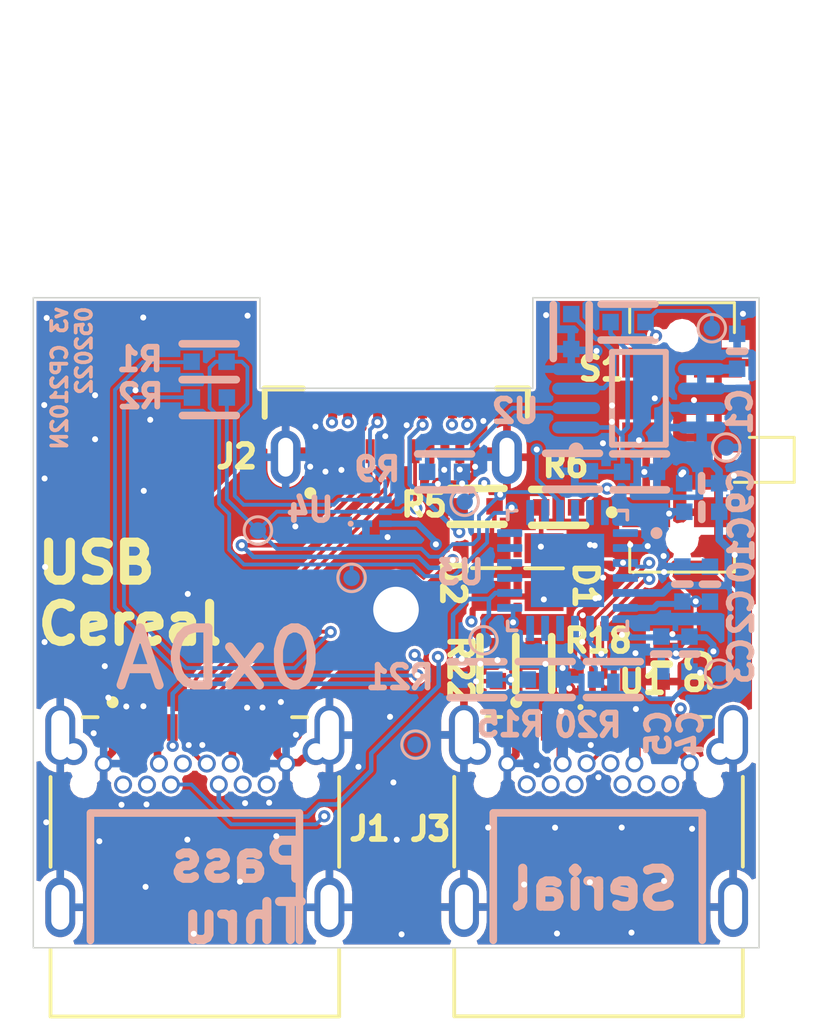
<source format=kicad_pcb>
(kicad_pcb (version 20221018) (generator pcbnew)
  (layers (0 "F.Cu" signal "L1_top") (1 "In1.Cu" signal "L2_top_gnd") (2 "In2.Cu" signal "L3_top_sig") (3 "In3.Cu" signal "L4_bot_sig") (4 "In4.Cu" signal "L5_bot_gnd") (31 "B.Cu" signal "L6_bot") (34 "B.Paste" user "Bottom Paste") (35 "F.Paste" user "Top Paste") (36 "B.SilkS" user "Bottom Overlay") (37 "F.SilkS" user "Top Overlay") (38 "B.Mask" user "Bottom Solder") (39 "F.Mask" user "Top Solder") (44 "Edge.Cuts" user))
  (property "AUTHOR" "dnv")
  (property "CHECKEDBY" "")
  (property "DOCUMENTNUMBER" "N/A")
  (property "SHEETTOTAL" "2")
  (net 0 "")
  (net 1 "NetR20_1")
  (net 2 "NetR11_2")
  (net 3 "VREG_OUT")
  (net 4 "DBG_CC2")
  (net 5 "DBG_CC1")
  (net 6 "NetR15_1")
  (net 7 "VBUS")
  (net 8 "TX2_N")
  (net 9 "TX2_P")
  (net 10 "TX1_P")
  (net 11 "TX1_N")
  (net 12 "RX2_P")
  (net 13 "RX2_N")
  (net 14 "RX1_P")
  (net 15 "RX1_N")
  (net 16 "D_P")
  (net 17 "D_N")
  (net 18 "B8_SBU2")
  (net 19 "B5_CC2")
  (net 20 "A8_SBU1")
  (net 21 "A5_CC1")
  (net 22 "NetD2_2")
  (net 23 "NetD1_2")
  (net 24 "NetR16_2")
  (net 25 "SBU2_R")
  (net 26 "SBU1_R")
  (net 27 "USB_FT_HS_N")
  (net 28 "USB_FT_HS_P")
  (net 29 "VSBU")
  (net 30 "DBG_VBUS")
  (net 31 "TXLED")
  (net 32 "RXLED")
  (net 33 "LDO_FB")
  (net 34 "NetR9_1")
  (net 35 "GND")
  (footprint "lite-on.IntLib:0805" (layer "F.Cu") (at 151.673145 103.3057 90)
    (fp_text reference "D2")
    (fp_text value "LTST-C171KSKT" hide)
  )
  (footprint "UJ31-CH-G1-SMT-TR.IntLib:CUI_UJ31-CH-G1-SMT-TR" (layer "F.Cu") (at 139.019925 108.50375)
    (fp_text reference "J1")
    (fp_text value "UJ31-CH-G1-SMT-TR" hide)
  )
  (footprint "" (layer "F.Cu") (at 148.495115 104.56414)
    (fp_text reference "")
    (fp_text value "")
  )
  (footprint "res_0402_panasonic_ERJ.IntLib:SMD-0402-RES" (layer "F.Cu") (at 151.901265 106.37178)
    (fp_text reference "R22")
    (fp_text value "5.1k" hide)
  )
  (footprint "lite-on.IntLib:0805" (layer "F.Cu") (at 153.445875 103.31231 90)
    (fp_text reference "D1")
    (fp_text value "LTST-C171GKT" hide)
  )
  (footprint "cap_murata_0402.IntLib:SMD-0402C" (layer "F.Cu") (at 157.379135 106.38446 180)
    (fp_text reference "C6")
    (fp_text value "10nF" hide)
  )
  (footprint "res_0402_panasonic_ERJ.IntLib:SMD-0402-RES" (layer "F.Cu") (at 151.206815 101.11554 90)
    (fp_text reference "R5")
    (fp_text value "1k" hide)
  )
  (footprint "UJ31-CH-G1-SMT-TR.IntLib:CUI_UJ31-CH-G1-SMT-TR" (layer "F.Cu") (at 152.517055 108.4966)
    (fp_text reference "J3")
    (fp_text value "UJ31-CH-G1-SMT-TR" hide)
  )
  (footprint "JS202011JAQN.IntLib:JS202011JAQN" (layer "F.Cu") (at 158.059885 98.81184 90)
    (fp_text reference "S1")
    (fp_text value "JS202011JAQN" hide)
  )
  (footprint "res_0402_panasonic_ERJ.IntLib:SMD-0402-RES" (layer "F.Cu") (at 153.933125 101.1496 -90)
    (fp_text reference "R6")
    (fp_text value "270" hide)
  )
  (footprint "diode_esd_ON_Semi.IntLib:ONSC-UDFN-6-517AA-01_V" (layer "F.Cu") (at 155.062545 106.98685 90)
    (fp_text reference "U1")
    (fp_text value "ESDR0502NMUTAG" hide)
  )
  (footprint "USB4155-03-C_REVA.IntLib:GCT_USB4155-03-C_REVA" (layer "F.Cu") (at 148.505355 98.52326 180)
    (fp_text reference "J2")
    (fp_text value "USB4155-03-C_REVA" hide)
  )
  (footprint "res_0402_panasonic_ERJ.IntLib:SMD-0402-RES" (layer "F.Cu") (at 153.100955 106.3683)
    (fp_text reference "R18")
    (fp_text value "5.1k" hide)
  )
  (footprint "Misc.PcbLib:Testpoint" (layer "B.Cu") (at 149.147495 109.07739 90)
    (fp_text reference "TP1" hide)
    (fp_text value "GND" hide)
  )
  (footprint "res_0402_panasonic_ERJ.IntLib:SMD-0402-RES" (layer "B.Cu") (at 153.484225 106.9005 -90)
    (fp_text reference "R15")
    (fp_text value "22.1k" hide)
  )
  (footprint "res_0402_panasonic_ERJ.IntLib:SMD-0402-RES" (layer "B.Cu") (at 142.246735 96.28374 90)
    (fp_text reference "R1")
    (fp_text value "0.0" hide)
  )
  (footprint "cap_murata_0402.IntLib:SMD-0402C" (layer "B.Cu") (at 158.069925 103.71112)
    (fp_text reference "C2")
    (fp_text value "0.10µF" hide)
  )
  (footprint "Misc.PcbLib:Testpoint" (layer "B.Cu") (at 147.009905 103.50418 90)
    (fp_text reference "TP3" hide)
    (fp_text value "GND" hide)
  )
  (footprint "cap_murata_0402.IntLib:SMD-0402C" (layer "B.Cu") (at 157.364625 106.04837 180)
    (fp_text reference "C5")
    (fp_text value "0.10µF" hide)
  )
  (footprint "cap_murata_0402.IntLib:SMD-0402C" (layer "B.Cu") (at 158.713095 100.34362 90)
    (fp_text reference "C9")
    (fp_text value "1µF" hide)
  )
  (footprint "res_0402_panasonic_ERJ.IntLib:SMD-0402-RES" (layer "B.Cu") (at 142.254755 97.48019 90)
    (fp_text reference "R2")
    (fp_text value "0.0" hide)
  )
  (footprint "CP2102N-A02-GQFN24R.IntLib:QFN50P400X400X80-25N" (layer "B.Cu") (at 154.230755 103.2573 180)
    (fp_text reference "U3")
    (fp_text value "CP2102N-A02-GQFN24R" hide)
  )
  (footprint "Misc.PcbLib:Testpoint" (layer "B.Cu") (at 159.054295 95.16557 90)
    (fp_text reference "TP8" hide)
    (fp_text value "GND" hide)
  )
  (footprint "cap_murata_0402.IntLib:SMD-0402C" (layer "B.Cu") (at 158.993905 103.71552)
    (fp_text reference "C3")
    (fp_text value "4.7µF" hide)
  )
  (footprint "cap_murata_0402.IntLib:SMD-0402C" (layer "B.Cu") (at 158.718605 101.29578 90)
    (fp_text reference "C10")
    (fp_text value "1µF" hide)
  )
  (footprint "ic_pwr_ldo_TI_single_channel_ldo_0-350mA.IntLib:TI-DGK8_N" (layer "B.Cu") (at 156.617185 97.50606)
    (fp_text reference "U2")
    (fp_text value "TPS77401DGK" hide)
  )
  (footprint "res_0402_panasonic_ERJ.IntLib:SMD-0402-RES" (layer "B.Cu") (at 155.762675 106.90264 -90)
    (fp_text reference "R20")
    (fp_text value "22.1k" hide)
  )
  (footprint "res_0402_panasonic_ERJ.IntLib:SMD-0402-RES" (layer "B.Cu") (at 150.119435 99.96286 -90)
    (fp_text reference "R9")
    (fp_text value "53.6k" hide)
  )
  (footprint "cap_murata_0402.IntLib:SMD-0402C" (layer "B.Cu") (at 158.308015 106.05113 180)
    (fp_text reference "C4")
    (fp_text value "4.7µF" hide)
  )
  (footprint "res_0402_panasonic_ERJ.IntLib:SMD-0402-RES" (layer "B.Cu") (at 156.638865 99.96225 -90)
    (fp_text reference "R10" hide)
    (fp_text value "53.6k" hide)
  )
  (footprint "cap_murata_0402.IntLib:SMD-0402C" (layer "B.Cu") (at 159.900755 95.93321)
    (fp_text reference "C1")
    (fp_text value "1µF" hide)
  )
  (footprint "res_0402_panasonic_ERJ.IntLib:SMD-0402-RES" (layer "B.Cu") (at 154.397285 99.94319 -90)
    (fp_text reference "R12" hide)
    (fp_text value "30.1k" hide)
  )
  (footprint "Misc.PcbLib:Testpoint" (layer "B.Cu") (at 159.294015 106.70469 90)
    (fp_text reference "TP6" hide)
    (fp_text value "GND" hide)
  )
  (footprint "res_0402_panasonic_ERJ.IntLib:SMD-0402-RES" (layer "B.Cu") (at 151.199535 106.90682 -90)
    (fp_text reference "R21")
    (fp_text value "47.5k" hide)
  )
  (footprint "res_0402_panasonic_ERJ.IntLib:SMD-0402-RES" (layer "B.Cu") (at 156.254125 94.95876 -90)
    (fp_text reference "R11" hide)
    (fp_text value "22.1k" hide)
  )
  (footprint "Misc.PcbLib:Testpoint" (layer "B.Cu") (at 151.420255 105.58996 90)
    (fp_text reference "TP7" hide)
    (fp_text value "GND" hide)
  )
  (footprint "res_0402_panasonic_ERJ.IntLib:SMD-0402-RES" (layer "B.Cu") (at 154.354885 95.27588)
    (fp_text reference "R16" hide)
    (fp_text value "0.0" hide)
  )
  (footprint "diode_esd_ON_Semi.IntLib:ONSC-UDFN-6-517AA-01_V" (layer "B.Cu") (at 147.814645 101.29372)
    (fp_text reference "U4")
    (fp_text value "ESDR0502NMUTAG" hide)
  )
  (footprint "Misc.PcbLib:Testpoint" (layer "B.Cu") (at 150.790395 100.96074 90)
    (fp_text reference "TP9" hide)
    (fp_text value "GND" hide)
  )
  (footprint "Misc.PcbLib:Testpoint" (layer "B.Cu") (at 143.879245 101.92233 90)
    (fp_text reference "TP5" hide)
    (fp_text value "GND" hide)
  )
  (footprint "Misc.PcbLib:Testpoint" (layer "B.Cu") (at 159.535215 99.14952 90)
    (fp_text reference "TP4" hide)
    (fp_text value "GND" hide)
  )
  (gr_line (start 145.267045 115.61197) (end 145.267045 111.35818) (stroke (width 0.254)) (layer "B.SilkS"))
  (gr_line (start 138.280245 111.36033) (end 145.264895 111.36033) (stroke (width 0.254)) (layer "B.SilkS"))
  (gr_line (start 158.735965 115.60704) (end 158.735965 111.35325) (stroke (width 0.254)) (layer "B.SilkS"))
  (gr_line (start 151.747165 115.61167) (end 151.747165 111.35788) (stroke (width 0.254)) (layer "B.SilkS"))
  (gr_line (start 151.749165 111.3554) (end 158.733805 111.3554) (stroke (width 0.254)) (layer "B.SilkS"))
  (gr_line (start 158.735965 111.35325) (end 158.737095 111.35211) (stroke (width 0.254)) (layer "B.SilkS"))
  (gr_line (start 158.726365 111.36284) (end 158.737095 111.35211) (stroke (width 0.254)) (layer "B.SilkS"))
  (gr_line (start 138.278245 115.6166) (end 138.278245 111.36281) (stroke (width 0.254)) (layer "B.SilkS"))
  (gr_line (start 136.367105 94.1451) (end 143.947105 94.1451) (stroke (width 0.05)) (layer "Edge.Cuts"))
  (gr_line (start 160.635095 94.1451) (end 160.635095 115.8621) (stroke (width 0.05)) (layer "Edge.Cuts"))
  (gr_line (start 153.070095 94.1451) (end 160.635095 94.1451) (stroke (width 0.05)) (layer "Edge.Cuts"))
  (gr_line (start 143.947105 97.1691) (end 153.070095 97.1691) (stroke (width 0.05)) (layer "Edge.Cuts"))
  (gr_line (start 136.367105 115.8621) (end 136.367105 94.1451) (stroke (width 0.05)) (layer "Edge.Cuts"))
  (gr_line (start 153.070095 97.1691) (end 153.070095 94.1451) (stroke (width 0.05)) (layer "Edge.Cuts"))
  (gr_line (start 160.635095 115.8621) (end 136.367105 115.8621) (stroke (width 0.05)) (layer "Edge.Cuts"))
  (gr_line (start 143.947105 94.1451) (end 143.947105 97.1691) (stroke (width 0.05)) (layer "Edge.Cuts"))
  (gr_text "0xDA" (at 146.217145 107.33051) (layer "B.SilkS") (effects (font (size 1.905 1.905) (thickness 0.3048) bold) (justify left bottom mirror)))
  (gr_text "v3 CP2102N\n052022" (at 138.362285 94.37801 90) (layer "B.SilkS") (effects (font (size 0.508 0.508) (thickness 0.3048) bold) (justify left bottom mirror)))
  (gr_text "Pass\nThru" (at 145.648185 115.75661) (layer "B.SilkS") (effects (font (size 1.27 1.27) (thickness 0.3048) bold) (justify left bottom mirror)))
  (gr_text "Serial" (at 158.073355 114.64598) (layer "B.SilkS") (effects (font (size 1.27 1.27) (thickness 0.3048) bold) (justify left bottom mirror)))
  (gr_text "USB\nCereal" (at 136.377715 105.79744) (layer "F.SilkS") (effects (font (size 1.27 1.27) (thickness 0.3048) bold) (justify left bottom)))
  (segment (start 154.477995 105.81274) (end 155.178475 106.51322) (width 0.127) (layer "B.Cu") (net 1))
  (segment (start 155.178475 106.90264) (end 155.178475 106.51322) (width 0.127) (layer "B.Cu") (net 1))
  (segment (start 154.477995 105.81274) (end 154.477995 105.21568) (width 0.127) (layer "B.Cu") (net 1))
  (segment (start 156.859885 95.75183) (end 157.195365 95.41635) (width 0.127) (layer "F.Cu") (net 2))
  (segment (start 156.859885 96.31184) (end 156.859885 95.75183) (width 0.127) (layer "F.Cu") (net 2))
  (segment (start 157.195365 95.41635) (end 157.195365 95.40811) (width 0.127) (layer "F.Cu") (net 2))
  (via (at 157.189095 95.42181) (size 0.4064) (drill 0.2) (layers "F.Cu" "B.Cu") (net 2))
  (segment (start 157.209405 94.58768) (end 158.915665 94.58768) (width 0.127) (layer "B.Cu") (net 2))
  (segment (start 156.838325 94.95876) (end 157.209405 94.58768) (width 0.127) (layer "B.Cu") (net 2))
  (segment (start 158.915665 94.58768) (end 159.057565 94.72958) (width 0.127) (layer "B.Cu") (net 2))
  (segment (start 156.838325 94.99527) (end 157.178405 95.33536) (width 0.127) (layer "B.Cu") (net 2))
  (segment (start 156.838325 94.99527) (end 156.838325 94.95876) (width 0.127) (layer "B.Cu") (net 2))
  (segment (start 159.057565 95.08928) (end 159.057565 94.72958) (width 0.127) (layer "B.Cu") (net 2))
  (segment (start 151.673145 104.1057) (end 151.694815 104.12737) (width 0.2032) (layer "F.Cu") (net 3))
  (segment (start 151.524735 104.1057) (end 151.673145 104.1057) (width 0.2032) (layer "F.Cu") (net 3))
  (segment (start 151.056555 104.92074) (end 151.056555 104.57388) (width 0.2032) (layer "F.Cu") (net 3))
  (segment (start 151.017785 104.95951) (end 151.056555 104.92074) (width 0.2032) (layer "F.Cu") (net 3))
  (segment (start 151.694815 104.12737) (end 153.477475 104.12737) (width 0.2032) (layer "F.Cu") (net 3))
  (segment (start 151.056555 104.57388) (end 151.524735 104.1057) (width 0.2032) (layer "F.Cu") (net 3))
  (via (at 151.017785 104.95951) (size 0.4064) (drill 0.2) (layers "F.Cu" "B.Cu") (net 3))
  (via micro (at 158.516755 104.29077) (size 0.4064) (drill 0.2) (layers "In3.Cu" "B.Cu") (net 3))
  (segment (start 157.109495 104.50855) (end 157.243225 104.37482) (width 0.2032) (layer "B.Cu") (net 3))
  (segment (start 156.192925 104.48012) (end 156.371265 104.48012) (width 0.1524) (layer "B.Cu") (net 3))
  (segment (start 158.074325 104.29972) (end 158.993905 104.29972) (width 0.2032) (layer "B.Cu") (net 3))
  (segment (start 156.165745 104.5073) (end 156.192925 104.48012) (width 0.1524) (layer "B.Cu") (net 3))
  (segment (start 157.243225 104.37482) (end 157.844785 104.37482) (width 0.2032) (layer "B.Cu") (net 3))
  (segment (start 156.438115 104.50855) (end 157.109495 104.50855) (width 0.2032) (layer "B.Cu") (net 3))
  (segment (start 156.371265 104.48012) (end 156.438115 104.50855) (width 0.1524) (layer "B.Cu") (net 3))
  (segment (start 151.180265 106.95598) (end 151.901265 106.95598) (width 0.1524) (layer "F.Cu") (net 4))
  (segment (start 151.173635 106.96261) (end 151.180265 106.95598) (width 0.1524) (layer "F.Cu") (net 4))
  (via micro (at 151.173635 106.96261) (size 0.4064) (drill 0.2) (layers "F.Cu" "In2.Cu") (net 4))
  (segment (start 153.581615 106.94342) (end 153.812685 107.17449) (width 0.127) (layer "F.Cu") (net 5))
  (segment (start 153.812685 107.32005) (end 153.812685 107.17449) (width 0.127) (layer "F.Cu") (net 5))
  (segment (start 154.505915 108.48545) (end 154.505915 107.86771) (width 0.127) (layer "F.Cu") (net 5))
  (segment (start 154.057165 107.56453) (end 154.202725 107.56453) (width 0.127) (layer "F.Cu") (net 5))
  (segment (start 153.812685 107.32005) (end 154.057165 107.56453) (width 0.127) (layer "F.Cu") (net 5))
  (segment (start 154.202725 107.56453) (end 154.505915 107.86771) (width 0.127) (layer "F.Cu") (net 5))
  (segment (start 153.006925 106.94342) (end 153.581615 106.94342) (width 0.127) (layer "F.Cu") (net 5))
  (via micro (at 155.360005 106.04271) (size 0.4064) (drill 0.2) (layers "In3.Cu" "B.Cu") (net 6))
  (via micro (at 152.343035 106.90515) (size 0.4064) (drill 0.2) (layers "In3.Cu" "B.Cu") (net 6))
  (segment (start 154.983415 105.67571) (end 154.983415 105.43862) (width 0.127) (layer "B.Cu") (net 6))
  (segment (start 151.783735 106.90682) (end 152.343035 106.90682) (width 0.127) (layer "B.Cu") (net 6))
  (segment (start 152.861205 106.90682) (end 152.874875 106.89315) (width 0.127) (layer "B.Cu") (net 6))
  (segment (start 152.343035 106.90682) (end 152.861205 106.90682) (width 0.127) (layer "B.Cu") (net 6))
  (segment (start 155.350425 106.04271) (end 155.360005 106.04271) (width 0.127) (layer "B.Cu") (net 6))
  (segment (start 154.983415 105.67571) (end 155.350425 106.04271) (width 0.127) (layer "B.Cu") (net 6))
  (segment (start 140.519925 108.50375) (end 140.519925 107.94915) (width 0.254) (layer "F.Cu") (net 7))
  (segment (start 143.001375 108.4852) (end 143.019925 108.50375) (width 0.254) (layer "F.Cu") (net 7))
  (segment (start 149.630355 99.90139) (end 149.630355 99.27326) (width 0.254) (layer "F.Cu") (net 7))
  (segment (start 149.529345 100.0024) (end 149.630355 99.90139) (width 0.254) (layer "F.Cu") (net 7))
  (segment (start 149.641145 99.05011) (end 149.641145 98.79353) (width 0.254) (layer "F.Cu") (net 7))
  (segment (start 149.880355 98.55432) (end 149.880355 97.77326) (width 0.254) (layer "F.Cu") (net 7))
  (segment (start 147.380355 98.49762) (end 147.380355 98.11597) (width 0.254) (layer "F.Cu") (net 7))
  (segment (start 143.043625 107.43135) (end 143.043625 107.4189) (width 0.254) (layer "F.Cu") (net 7))
  (segment (start 147.380355 98.11597) (end 147.380355 97.77326) (width 0.2032) (layer "F.Cu") (net 7))
  (segment (start 149.641145 98.79353) (end 149.880355 98.55432) (width 0.254) (layer "F.Cu") (net 7))
  (segment (start 143.024745 109.65393) (end 143.024745 108.6153) (width 0.254) (layer "F.Cu") (net 7))
  (segment (start 140.519925 109.65875) (end 140.519925 108.50375) (width 0.254) (layer "F.Cu") (net 7))
  (segment (start 143.001375 107.4736) (end 143.043625 107.43135) (width 0.254) (layer "F.Cu") (net 7))
  (segment (start 147.130355 99.27326) (end 147.130355 98.74763) (width 0.254) (layer "F.Cu") (net 7))
  (segment (start 147.130355 98.74763) (end 147.380355 98.49762) (width 0.254) (layer "F.Cu") (net 7))
  (segment (start 140.519925 109.65875) (end 140.569925 109.70875) (width 0.254) (layer "F.Cu") (net 7))
  (segment (start 140.519925 107.94915) (end 140.875945 107.59314) (width 0.254) (layer "F.Cu") (net 7))
  (segment (start 142.969925 109.70875) (end 143.024745 109.65393) (width 0.254) (layer "F.Cu") (net 7))
  (segment (start 143.001375 108.4852) (end 143.001375 107.4736) (width 0.254) (layer "F.Cu") (net 7))
  (via (at 149.828875 102.38293) (size 0.4064) (drill 0.2) (layers "F.Cu" "B.Cu") (net 7))
  (arc (start 140.893395 107.55101) (mid 140.88886 107.57381) (end 140.875944 107.593139) (width 0.254) (layer "F.Cu") (net 7))
  (segment (start 149.837275 102.37452) (end 149.837275 102.30954) (width 0.2032) (layer "B.Cu") (net 7))
  (segment (start 149.828875 102.38293) (end 149.837275 102.37452) (width 0.2032) (layer "B.Cu") (net 7))
  (segment (start 149.221455 101.69372) (end 149.837275 102.30954) (width 0.2032) (layer "B.Cu") (net 7))
  (segment (start 148.139645 101.69372) (end 149.221455 101.69372) (width 0.2032) (layer "B.Cu") (net 7))
  (segment (start 150.379995 98.38239) (end 150.379995 97.77362) (width 0.127) (layer "F.Cu") (net 8))
  (via (at 150.366745 98.38317) (size 0.4064) (drill 0.2) (layers "F.Cu" "B.Cu") (net 8))
  (segment (start 150.878585 98.38931) (end 150.878585 97.97018) (width 0.127) (layer "F.Cu") (net 9))
  (via (at 150.878585 98.38931) (size 0.4064) (drill 0.2) (layers "F.Cu" "B.Cu") (net 9))
  (segment (start 139.524845 108.49883) (end 139.524855 108.49885) (width 0.127) (layer "F.Cu") (net 10))
  (segment (start 139.524805 108.49879) (end 139.524845 108.49883) (width 0.127) (layer "F.Cu") (net 10))
  (segment (start 139.477455 107.80093) (end 139.533315 107.85678) (width 0.127) (layer "F.Cu") (net 10))
  (segment (start 139.533315 108.29551) (end 139.533315 107.85678) (width 0.127) (layer "F.Cu") (net 10))
  (segment (start 146.116775 99.91049) (end 146.116775 99.6082) (width 0.127) (layer "F.Cu") (net 10))
  (segment (start 139.521405 108.4954) (end 139.524805 108.49879) (width 0.127) (layer "F.Cu") (net 10))
  (segment (start 139.524845 108.49883) (end 139.524845 108.49883) (width 0.127) (layer "F.Cu") (net 10))
  (segment (start 139.524855 108.49885) (end 139.525385 108.49937) (width 0.127) (layer "F.Cu") (net 10))
  (segment (start 139.524805 108.49879) (end 139.524845 108.49883) (width 0.127) (layer "F.Cu") (net 10))
  (segment (start 139.519925 108.50375) (end 139.524845 108.49883) (width 0.127) (layer "F.Cu") (net 10))
  (segment (start 139.524845 108.49883) (end 139.630225 108.39345) (width 0.127) (layer "F.Cu") (net 10))
  (segment (start 139.524805 108.49879) (end 139.524855 108.49885) (width 0.127) (layer "F.Cu") (net 10))
  (via micro (at 146.137145 99.95483) (size 0.4064) (drill 0.2) (layers "F.Cu" "In2.Cu") (net 10))
  (via micro (at 139.477455 107.80093) (size 0.4064) (drill 0.2) (layers "F.Cu" "In2.Cu") (net 10))
  (arc (start 139.630235 108.23746) (mid 139.602885 108.378358) (end 139.524806 108.498791) (width 0.127) (layer "F.Cu") (net 10))
  (arc (start 139.524804 108.498793) (mid 139.522379 108.501286) (end 139.519931 108.503756) (width 0.127) (layer "F.Cu") (net 10))
  (arc (start 146.116785 99.6082) (mid 146.123415 99.574868) (end 146.142296 99.546611) (width 0.127) (layer "F.Cu") (net 10))
  (segment (start 140.028085 108.50327) (end 140.028085 108.44212) (width 0.127) (layer "F.Cu") (net 11))
  (segment (start 146.621375 99.512) (end 146.624325 99.50905) (width 0.127) (layer "F.Cu") (net 11))
  (segment (start 139.972225 107.80116) (end 140.028085 107.85702) (width 0.127) (layer "F.Cu") (net 11))
  (segment (start 140.028085 108.50327) (end 140.034315 108.50949) (width 0.127) (layer "F.Cu") (net 11))
  (segment (start 140.028085 108.44212) (end 140.028085 107.85702) (width 0.127) (layer "F.Cu") (net 11))
  (segment (start 146.621375 99.9149) (end 146.621375 99.512) (width 0.127) (layer "F.Cu") (net 11))
  (via micro (at 140.049695 107.79239) (size 0.4064) (drill 0.2) (layers "F.Cu" "In2.Cu") (net 11))
  (via micro (at 146.670345 99.89825) (size 0.4064) (drill 0.2) (layers "F.Cu" "In2.Cu") (net 11))
  (arc (start 140.019628 108.503461) (mid 139.938211 108.38139) (end 139.909625 108.23747) (width 0.127) (layer "F.Cu") (net 11))
  (segment (start 144.005095 108.31374) (end 144.031505 108.28733) (width 0.127) (layer "F.Cu") (net 12))
  (segment (start 150.626385 99.8855) (end 150.626385 99.33148) (width 0.127) (layer "F.Cu") (net 12))
  (segment (start 144.031505 108.28733) (end 144.031505 107.83714) (width 0.127) (layer "F.Cu") (net 12))
  (segment (start 150.626385 99.33148) (end 150.635515 99.32235) (width 0.127) (layer "F.Cu") (net 12))
  (via micro (at 144.031505 107.83714) (size 0.4064) (drill 0.2) (layers "F.Cu" "In2.Cu") (net 12))
  (via micro (at 150.626385 99.8855) (size 0.4064) (drill 0.2) (layers "F.Cu" "In2.Cu") (net 12))
  (arc (start 144.019926 108.503759) (mid 144.019778 108.50361) (end 144.019629 108.503462) (width 0.127) (layer "F.Cu") (net 12))
  (arc (start 144.019629 108.503462) (mid 143.944244 108.395189) (end 143.910829 108.267559) (width 0.127) (layer "F.Cu") (net 12))
  (arc (start 144.019926 108.503759) (mid 143.938292 108.381585) (end 143.909625 108.23747) (width 0.127) (layer "F.Cu") (net 12))
  (segment (start 143.517165 108.32551) (end 143.517165 107.84047) (width 0.127) (layer "F.Cu") (net 13))
  (segment (start 143.515855 108.32682) (end 143.517165 108.32551) (width 0.127) (layer "F.Cu") (net 13))
  (segment (start 150.123705 99.89105) (end 150.123705 99.35614) (width 0.127) (layer "F.Cu") (net 13))
  (via micro (at 150.108255 99.89526) (size 0.4064) (drill 0.2) (layers "F.Cu" "In2.Cu") (net 13))
  (via micro (at 143.517165 107.84047) (size 0.4064) (drill 0.2) (layers "F.Cu" "In2.Cu") (net 13))
  (arc (start 150.102896 99.305879) (mid 150.118304 99.328939) (end 150.123715 99.35614) (width 0.127) (layer "F.Cu") (net 13))
  (arc (start 143.630235 108.23747) (mid 143.601569 108.381585) (end 143.519934 108.503759) (width 0.127) (layer "F.Cu") (net 13))
  (arc (start 143.629033 108.267529) (mid 143.595623 108.395175) (end 143.520231 108.503462) (width 0.127) (layer "F.Cu") (net 13))
  (via (at 146.354505 98.3113) (size 0.4064) (drill 0.2) (layers "F.Cu" "B.Cu") (net 14))
  (via (at 146.882945 98.30388) (size 0.4064) (drill 0.2) (layers "F.Cu" "B.Cu") (net 15))
  (segment (start 142.169925 109.70875) (end 142.169925 109.68925) (width 0.1524) (layer "F.Cu") (net 16))
  (segment (start 148.877015 98.37929) (end 148.877015 98.02708) (width 0.127) (layer "F.Cu") (net 16))
  (segment (start 148.852335 98.40398) (end 148.877015 98.37929) (width 0.127) (layer "F.Cu") (net 16))
  (segment (start 141.504045 108.28709) (end 141.632975 108.15816) (width 0.127) (layer "F.Cu") (net 16))
  (segment (start 142.058315 109.68925) (end 142.169925 109.68925) (width 0.1524) (layer "F.Cu") (net 16))
  (segment (start 141.643785 108.13206) (end 141.643785 107.46731) (width 0.127) (layer "F.Cu") (net 16))
  (segment (start 141.968155 106.68422) (end 148.068185 100.58419) (width 0.127) (layer "F.Cu") (net 16))
  (segment (start 141.511425 109.14236) (end 141.511425 108.51978) (width 0.1524) (layer "F.Cu") (net 16))
  (segment (start 141.511425 109.14236) (end 142.058315 109.68925) (width 0.1524) (layer "F.Cu") (net 16))
  (segment (start 148.234135 100.18329) (end 148.234135 99.54436) (width 0.127) (layer "F.Cu") (net 16))
  (segment (start 141.511425 108.51978) (end 141.514785 108.51643) (width 0.1524) (layer "F.Cu") (net 16))
  (via micro (at 148.136445 98.7712) (size 0.4064) (drill 0.2) (layers "F.Cu" "In2.Cu") (net 16))
  (via micro (at 148.852335 98.40398) (size 0.4064) (drill 0.2) (layers "F.Cu" "In2.Cu") (net 16))
  (arc (start 148.234145 100.18329) (mid 148.191017 100.400236) (end 148.068191 100.58419) (width 0.127) (layer "F.Cu") (net 16))
  (arc (start 141.643785 108.13206) (mid 141.640975 108.146185) (end 141.632974 108.158159) (width 0.127) (layer "F.Cu") (net 16))
  (arc (start 141.643785 107.46731) (mid 141.728086 107.043502) (end 141.968154 106.684216) (width 0.127) (layer "F.Cu") (net 16))
  (segment (start 142.020205 109.08902) (end 142.020475 109.0893) (width 0.127) (layer "F.Cu") (net 17))
  (segment (start 148.381315 98.44669) (end 148.508475 98.57386) (width 0.127) (layer "F.Cu") (net 17))
  (segment (start 141.923185 108.85443) (end 141.923185 108.45589) (width 0.127) (layer "F.Cu") (net 17))
  (segment (start 148.630355 99.27326) (end 148.630355 98.79467) (width 0.127) (layer "F.Cu") (net 17))
  (segment (start 148.381315 98.44669) (end 148.381315 98.0383) (width 0.127) (layer "F.Cu") (net 17))
  (segment (start 142.003875 108.79841) (end 142.020205 108.81474) (width 0.127) (layer "F.Cu") (net 17))
  (segment (start 142.165715 106.88179) (end 148.265575 100.78193) (width 0.127) (layer "F.Cu") (net 17))
  (segment (start 142.020205 109.08902) (end 142.020205 108.81474) (width 0.127) (layer "F.Cu") (net 17))
  (segment (start 148.508475 98.6728) (end 148.630355 98.79467) (width 0.127) (layer "F.Cu") (net 17))
  (segment (start 141.923185 108.39276) (end 141.923185 107.46731) (width 0.127) (layer "F.Cu") (net 17))
  (segment (start 148.513535 100.18329) (end 148.513535 99.54505) (width 0.127) (layer "F.Cu") (net 17))
  (segment (start 148.508475 98.6728) (end 148.508475 98.57386) (width 0.127) (layer "F.Cu") (net 17))
  (via micro (at 142.020475 109.0893) (size 0.4064) (drill 0.2) (layers "F.Cu" "In2.Cu") (net 17))
  (arc (start 141.923185 107.467305) (mid 141.986216 107.150421) (end 142.165715 106.88178) (width 0.127) (layer "F.Cu") (net 17))
  (arc (start 142.020472 109.089303) (mid 142.020335 109.089166) (end 142.020198 109.089029) (width 0.127) (layer "F.Cu") (net 17))
  (arc (start 148.513545 100.18329) (mid 148.449101 100.507274) (end 148.265579 100.781934) (width 0.127) (layer "F.Cu") (net 17))
  (arc (start 142.020198 109.089028) (mid 141.948395 108.981363) (end 141.923185 108.85443) (width 0.127) (layer "F.Cu") (net 17))
  (segment (start 147.880355 98.29838) (end 147.880355 97.77326) (width 0.127) (layer "F.Cu") (net 18))
  (segment (start 147.875495 98.30324) (end 147.880355 98.29838) (width 0.127) (layer "F.Cu") (net 18))
  (via (at 147.875495 98.30324) (size 0.4064) (drill 0.2) (layers "F.Cu" "B.Cu") (net 18))
  (via micro (at 153.201115 99.21646) (size 0.4064) (drill 0.2) (layers "In3.Cu" "B.Cu") (net 18))
  (via micro (at 152.360955 101.1577) (size 0.4064) (drill 0.2) (layers "In3.Cu" "B.Cu") (net 18))
  (segment (start 143.104105 100.76615) (end 143.399825 101.06186) (width 0.127) (layer "B.Cu") (net 18))
  (segment (start 147.039635 103.05837) (end 149.071495 103.05837) (width 0.127) (layer "B.Cu") (net 18))
  (segment (start 153.201115 100.19476) (end 153.201115 99.21646) (width 0.127) (layer "B.Cu") (net 18))
  (segment (start 142.463255 96.28374) (end 142.830935 96.28374) (width 0.127) (layer "B.Cu") (net 18))
  (segment (start 142.580155 101.03096) (end 142.580155 98.13416) (width 0.127) (layer "B.Cu") (net 18))
  (segment (start 142.262545 96.48445) (end 142.463255 96.28374) (width 0.127) (layer "B.Cu") (net 18))
  (segment (start 151.790195 101.33353) (end 152.173485 101.33353) (width 0.127) (layer "B.Cu") (net 18))
  (segment (start 152.173485 101.33353) (end 152.347975 101.15904) (width 0.127) (layer "B.Cu") (net 18))
  (segment (start 147.626565 98.55217) (end 147.875495 98.30324) (width 0.127) (layer "B.Cu") (net 18))
  (segment (start 147.009905 103.50418) (end 147.009905 103.0881) (width 0.127) (layer "B.Cu") (net 18))
  (segment (start 142.262545 97.81655) (end 142.580155 98.13416) (width 0.127) (layer "B.Cu") (net 18))
  (segment (start 143.411095 103.05837) (end 147.039635 103.05837) (width 0.127) (layer "B.Cu") (net 18))
  (segment (start 153.201115 100.19476) (end 153.968635 100.96227) (width 0.127) (layer "B.Cu") (net 18))
  (segment (start 148.137275 100.9037) (end 148.137275 100.89372) (width 0.127) (layer "B.Cu") (net 18))
  (segment (start 149.458505 103.44538) (end 150.420775 103.44538) (width 0.127) (layer "B.Cu") (net 18))
  (segment (start 142.830935 96.28374) (end 143.341565 96.28374) (width 0.127) (layer "B.Cu") (net 18))
  (segment (start 146.584715 100.89372) (end 147.489645 100.89372) (width 0.127) (layer "B.Cu") (net 18))
  (segment (start 149.071495 103.05837) (end 149.458505 103.44538) (width 0.127) (layer "B.Cu") (net 18))
  (segment (start 151.541065 102.32509) (end 151.541065 101.58267) (width 0.127) (layer "B.Cu") (net 18))
  (segment (start 143.104105 98.10694) (end 143.526315 97.68474) (width 0.127) (layer "B.Cu") (net 18))
  (segment (start 142.918785 102.56606) (end 143.411095 103.05837) (width 0.127) (layer "B.Cu") (net 18))
  (segment (start 143.399825 101.06186) (end 146.416575 101.06186) (width 0.127) (layer "B.Cu") (net 18))
  (segment (start 147.626565 99.78064) (end 148.137275 100.29135) (width 0.127) (layer "B.Cu") (net 18))
  (segment (start 142.580155 101.03096) (end 142.918785 101.36959) (width 0.127) (layer "B.Cu") (net 18))
  (segment (start 148.137275 100.89372) (end 148.139645 100.89372) (width 0.127) (layer "B.Cu") (net 18))
  (segment (start 147.489645 100.89372) (end 148.137275 100.89372) (width 0.127) (layer "B.Cu") (net 18))
  (segment (start 142.262545 97.81655) (end 142.262545 96.48445) (width 0.127) (layer "B.Cu") (net 18))
  (segment (start 143.104105 100.76615) (end 143.104105 98.10694) (width 0.127) (layer "B.Cu") (net 18))
  (segment (start 147.009905 103.0881) (end 147.039635 103.05837) (width 0.127) (layer "B.Cu") (net 18))
  (segment (start 150.420775 103.44538) (end 151.541065 102.32509) (width 0.127) (layer "B.Cu") (net 18))
  (segment (start 147.626565 99.78064) (end 147.626565 98.55217) (width 0.127) (layer "B.Cu") (net 18))
  (segment (start 153.968635 101.2112) (end 153.968635 100.96227) (width 0.127) (layer "B.Cu") (net 18))
  (segment (start 148.137275 100.89372) (end 148.137275 100.29135) (width 0.127) (layer "B.Cu") (net 18))
  (segment (start 143.526315 97.68474) (end 143.526315 96.46848) (width 0.127) (layer "B.Cu") (net 18))
  (segment (start 143.341565 96.28374) (end 143.526315 96.46848) (width 0.127) (layer "B.Cu") (net 18))
  (segment (start 146.416575 101.06186) (end 146.584715 100.89372) (width 0.127) (layer "B.Cu") (net 18))
  (segment (start 151.541065 101.58267) (end 151.790195 101.33353) (width 0.127) (layer "B.Cu") (net 18))
  (segment (start 142.918785 102.56606) (end 142.918785 101.36959) (width 0.127) (layer "B.Cu") (net 18))
  (segment (start 149.380355 98.36362) (end 149.380355 97.77326) (width 0.1524) (layer "F.Cu") (net 19))
  (segment (start 149.380355 98.36362) (end 149.384485 98.36775) (width 0.1524) (layer "F.Cu") (net 19))
  (via (at 149.897375 106.14897) (size 0.4064) (drill 0.2) (layers "F.Cu" "B.Cu") (net 19))
  (via (at 149.384735 98.38856) (size 0.4064) (drill 0.2) (layers "F.Cu" "B.Cu") (net 19))
  (via (at 150.610765 101.97596) (size 0.4064) (drill 0.2) (layers "F.Cu" "B.Cu") (net 19))
  (segment (start 142.569925 110.95137) (end 143.099405 111.48085) (width 0.1524) (layer "B.Cu") (net 19))
  (segment (start 146.534065 111.07201) (end 147.666125 109.93996) (width 0.1524) (layer "B.Cu") (net 19))
  (segment (start 150.547345 101.97596) (end 150.610765 101.97596) (width 0.1524) (layer "B.Cu") (net 19))
  (segment (start 142.569925 110.95137) (end 142.569925 110.40875) (width 0.1524) (layer "B.Cu") (net 19))
  (segment (start 148.953155 100.38177) (end 150.547345 101.97596) (width 0.1524) (layer "B.Cu") (net 19))
  (segment (start 147.666125 109.36767) (end 149.922595 107.11121) (width 0.1524) (layer "B.Cu") (net 19))
  (segment (start 147.666125 109.93996) (end 147.666125 109.36767) (width 0.1524) (layer "B.Cu") (net 19))
  (segment (start 149.922595 107.11121) (end 149.922595 106.17419) (width 0.1524) (layer "B.Cu") (net 19))
  (segment (start 148.953155 100.38177) (end 148.953155 98.82015) (width 0.1524) (layer "B.Cu") (net 19))
  (segment (start 145.539525 111.48085) (end 145.948365 111.07201) (width 0.1524) (layer "B.Cu") (net 19))
  (segment (start 148.953155 98.82015) (end 149.384735 98.38856) (width 0.1524) (layer "B.Cu") (net 19))
  (segment (start 145.948365 111.07201) (end 146.534065 111.07201) (width 0.1524) (layer "B.Cu") (net 19))
  (segment (start 143.099405 111.48085) (end 145.539525 111.48085) (width 0.1524) (layer "B.Cu") (net 19))
  (segment (start 149.897375 106.14897) (end 149.922595 106.17419) (width 0.1524) (layer "B.Cu") (net 19))
  (segment (start 149.132545 101.12796) (end 149.154395 101.14982) (width 0.127) (layer "F.Cu") (net 20))
  (segment (start 149.132545 101.12796) (end 149.132545 99.51196) (width 0.127) (layer "F.Cu") (net 20))
  (via (at 149.175455 101.18074) (size 0.4064) (drill 0.2) (layers "F.Cu" "B.Cu") (net 20))
  (via micro (at 151.979025 100.72011) (size 0.4064) (drill 0.2) (layers "In3.Cu" "B.Cu") (net 20))
  (segment (start 153.477715 101.12932) (end 153.477715 100.86303) (width 0.127) (layer "B.Cu") (net 20))
  (segment (start 148.116115 101.29372) (end 148.120545 101.29816) (width 0.127) (layer "B.Cu") (net 20))
  (segment (start 147.489645 101.29372) (end 148.116115 101.29372) (width 0.127) (layer "B.Cu") (net 20))
  (segment (start 143.879245 101.92233) (end 144.507855 101.29372) (width 0.127) (layer "B.Cu") (net 20))
  (segment (start 149.343745 102.53126) (end 149.611535 102.79904) (width 0.127) (layer "B.Cu") (net 20))
  (segment (start 143.891575 101.9116) (end 144.511235 102.53126) (width 0.127) (layer "B.Cu") (net 20))
  (segment (start 148.121775 101.28925) (end 148.655275 101.28925) (width 0.127) (layer "B.Cu") (net 20))
  (segment (start 149.971585 102.79904) (end 150.395705 102.37492) (width 0.127) (layer "B.Cu") (net 20))
  (segment (start 152.061185 100.63728) (end 153.251955 100.63728) (width 0.127) (layer "B.Cu") (net 20))
  (segment (start 144.511235 102.53126) (end 149.343745 102.53126) (width 0.127) (layer "B.Cu") (net 20))
  (segment (start 142.838955 100.88206) (end 142.838955 97.48019) (width 0.127) (layer "B.Cu") (net 20))
  (segment (start 151.269985 101.42915) (end 151.979025 100.72011) (width 0.127) (layer "B.Cu") (net 20))
  (segment (start 149.611535 102.79904) (end 149.971585 102.79904) (width 0.127) (layer "B.Cu") (net 20))
  (segment (start 151.072155 102.37492) (end 151.269985 102.17709) (width 0.127) (layer "B.Cu") (net 20))
  (segment (start 142.838955 100.88206) (end 143.879245 101.92233) (width 0.127) (layer "B.Cu") (net 20))
  (segment (start 148.655275 101.28925) (end 148.763795 101.18074) (width 0.127) (layer "B.Cu") (net 20))
  (segment (start 151.269985 102.17709) (end 151.269985 101.42915) (width 0.127) (layer "B.Cu") (net 20))
  (segment (start 144.507855 101.29372) (end 147.489645 101.29372) (width 0.127) (layer "B.Cu") (net 20))
  (segment (start 152.005315 100.69315) (end 152.061185 100.63728) (width 0.127) (layer "B.Cu") (net 20))
  (segment (start 148.114425 101.2819) (end 148.121775 101.28925) (width 0.127) (layer "B.Cu") (net 20))
  (segment (start 150.395705 102.37492) (end 151.072155 102.37492) (width 0.127) (layer "B.Cu") (net 20))
  (segment (start 148.763795 101.18074) (end 149.175455 101.18074) (width 0.127) (layer "B.Cu") (net 20))
  (segment (start 153.251955 100.63728) (end 153.477715 100.86303) (width 0.127) (layer "B.Cu") (net 20))
  (segment (start 143.338155 102.41382) (end 145.334775 102.41382) (width 0.1524) (layer "F.Cu") (net 21))
  (segment (start 147.630355 100.11824) (end 147.630355 99.27326) (width 0.1524) (layer "F.Cu") (net 21))
  (segment (start 141.028285 108.77877) (end 141.048155 108.7589) (width 0.1524) (layer "F.Cu") (net 21))
  (segment (start 141.016985 108.72773) (end 141.048155 108.7589) (width 0.1524) (layer "F.Cu") (net 21))
  (segment (start 141.028285 109.11573) (end 141.028285 108.77877) (width 0.1524) (layer "F.Cu") (net 21))
  (segment (start 145.334775 102.41382) (end 147.630355 100.11824) (width 0.1524) (layer "F.Cu") (net 21))
  (via (at 149.119605 106.07908) (size 0.4064) (drill 0.2) (layers "F.Cu" "B.Cu") (net 21))
  (via (at 143.338155 102.41382) (size 0.4064) (drill 0.2) (layers "F.Cu" "B.Cu") (net 21))
  (via (at 150.392475 102.90938) (size 0.4064) (drill 0.2) (layers "F.Cu" "B.Cu") (net 21))
  (via (at 141.028285 109.11573) (size 0.4064) (drill 0.2) (layers "F.Cu" "B.Cu") (net 21))
  (segment (start 143.727485 102.80315) (end 149.239535 102.80315) (width 0.1524) (layer "B.Cu") (net 21))
  (segment (start 141.028285 107.37035) (end 141.355885 107.04276) (width 0.1524) (layer "B.Cu") (net 21))
  (segment (start 141.355885 107.04276) (end 148.844395 107.04276) (width 0.1524) (layer "B.Cu") (net 21))
  (segment (start 148.844395 107.04276) (end 149.012025 107.21039) (width 0.1524) (layer "B.Cu") (net 21))
  (segment (start 149.597215 106.9477) (end 149.597215 106.55669) (width 0.1524) (layer "B.Cu") (net 21))
  (segment (start 143.338155 102.41382) (end 143.727485 102.80315) (width 0.1524) (layer "B.Cu") (net 21))
  (segment (start 149.119605 106.07908) (end 149.597215 106.55669) (width 0.1524) (layer "B.Cu") (net 21))
  (segment (start 141.028285 109.11573) (end 141.028285 107.37035) (width 0.1524) (layer "B.Cu") (net 21))
  (segment (start 149.012025 107.21039) (end 149.334525 107.21039) (width 0.1524) (layer "B.Cu") (net 21))
  (segment (start 149.602265 103.16588) (end 150.135975 103.16588) (width 0.1524) (layer "B.Cu") (net 21))
  (segment (start 149.334525 107.21039) (end 149.597215 106.9477) (width 0.1524) (layer "B.Cu") (net 21))
  (segment (start 150.135975 103.16588) (end 150.392475 102.90938) (width 0.1524) (layer "B.Cu") (net 21))
  (segment (start 149.239535 102.80315) (end 149.602265 103.16588) (width 0.1524) (layer "B.Cu") (net 21))
  (segment (start 151.673145 102.5057) (end 151.701755 102.47708) (width 0.1524) (layer "F.Cu") (net 22))
  (segment (start 151.701755 101.79695) (end 151.784405 101.7143) (width 0.1524) (layer "F.Cu") (net 22))
  (segment (start 151.784405 101.7143) (end 151.784405 101.13288) (width 0.1524) (layer "F.Cu") (net 22))
  (segment (start 151.701755 102.47708) (end 151.701755 101.79695) (width 0.1524) (layer "F.Cu") (net 22))
  (arc (start 151.784405 101.13288) (mid 151.788083 101.114389) (end 151.798558 101.098713) (width 0.1524) (layer "F.Cu") (net 22))
  (segment (start 153.348925 102.31382) (end 153.367405 102.3323) (width 0.1524) (layer "F.Cu") (net 23))
  (segment (start 153.348925 102.31382) (end 153.348925 101.1496) (width 0.1524) (layer "F.Cu") (net 23))
  (segment (start 155.446525 97.16299) (end 155.789155 96.82036) (width 0.1524) (layer "B.Cu") (net 24))
  (segment (start 154.556635 97.18329) (end 154.576925 97.16299) (width 0.1524) (layer "B.Cu") (net 24))
  (segment (start 154.576925 97.16299) (end 155.446525 97.16299) (width 0.1524) (layer "B.Cu") (net 24))
  (segment (start 155.358625 95.52556) (end 155.789155 95.95609) (width 0.1524) (layer "B.Cu") (net 24))
  (segment (start 155.789155 96.82036) (end 155.789155 95.95609) (width 0.1524) (layer "B.Cu") (net 24))
  (segment (start 154.354885 94.69168) (end 155.188775 95.52556) (width 0.1524) (layer "B.Cu") (net 24))
  (segment (start 155.188775 95.52556) (end 155.358625 95.52556) (width 0.1524) (layer "B.Cu") (net 24))
  (via (at 149.215065 106.75623) (size 0.4064) (drill 0.2) (layers "F.Cu" "B.Cu") (net 25))
  (via (at 146.098215 111.46827) (size 0.4064) (drill 0.2) (layers "F.Cu" "B.Cu") (net 25))
  (segment (start 139.099255 104.51501) (end 139.099255 97.22336) (width 0.127) (layer "B.Cu") (net 25))
  (segment (start 145.828795 111.73769) (end 146.098215 111.46827) (width 0.127) (layer "B.Cu") (net 25))
  (segment (start 141.656825 110.40875) (end 142.985765 111.73769) (width 0.127) (layer "B.Cu") (net 25))
  (segment (start 140.969925 110.40875) (end 141.656825 110.40875) (width 0.127) (layer "B.Cu") (net 25))
  (segment (start 141.352815 106.76858) (end 149.187345 106.76858) (width 0.127) (layer "B.Cu") (net 25))
  (segment (start 149.187345 106.76858) (end 149.187465 106.7687) (width 0.127) (layer "B.Cu") (net 25))
  (segment (start 140.026125 96.29649) (end 141.607905 96.29649) (width 0.127) (layer "B.Cu") (net 25))
  (segment (start 139.099255 97.22336) (end 140.026125 96.29649) (width 0.127) (layer "B.Cu") (net 25))
  (segment (start 142.985765 111.73769) (end 145.828795 111.73769) (width 0.127) (layer "B.Cu") (net 25))
  (segment (start 139.099255 104.51501) (end 141.352815 106.76858) (width 0.127) (layer "B.Cu") (net 25))
  (segment (start 142.519925 108.50375) (end 142.519925 107.375) (width 0.127) (layer "F.Cu") (net 26))
  (segment (start 142.519925 107.375) (end 144.593695 105.30124) (width 0.127) (layer "F.Cu") (net 26))
  (segment (start 144.593695 105.30124) (end 146.311745 105.30124) (width 0.127) (layer "F.Cu") (net 26))
  (via (at 146.311745 105.3129) (size 0.4064) (drill 0.2) (layers "F.Cu" "B.Cu") (net 26))
  (segment (start 139.398955 104.43955) (end 139.398955 97.8282) (width 0.127) (layer "B.Cu") (net 26))
  (segment (start 145.107535 106.51711) (end 146.311745 105.3129) (width 0.127) (layer "B.Cu") (net 26))
  (segment (start 141.703395 97.56446) (end 141.710255 97.55759) (width 0.127) (layer "B.Cu") (net 26))
  (segment (start 139.754045 97.47311) (end 141.607905 97.47311) (width 0.127) (layer "B.Cu") (net 26))
  (segment (start 141.476515 106.51711) (end 145.107535 106.51711) (width 0.127) (layer "B.Cu") (net 26))
  (segment (start 139.398955 97.8282) (end 139.754045 97.47311) (width 0.127) (layer "B.Cu") (net 26))
  (segment (start 139.398955 104.43955) (end 141.476515 106.51711) (width 0.127) (layer "B.Cu") (net 26))
  (segment (start 155.390805 104.99643) (end 156.864255 103.52298) (width 0.127) (layer "F.Cu") (net 27))
  (segment (start 155.416045 107.35835) (end 155.462545 107.31185) (width 0.127) (layer "F.Cu") (net 27))
  (segment (start 155.416045 106.61535) (end 155.462545 106.66184) (width 0.127) (layer "F.Cu") (net 27))
  (segment (start 154.961665 109.70159) (end 155.517055 109.1462) (width 0.127) (layer "F.Cu") (net 27))
  (segment (start 155.390805 106.44095) (end 155.390805 104.99643) (width 0.127) (layer "F.Cu") (net 27))
  (segment (start 155.388305 108.03495) (end 155.388305 107.92974) (width 0.127) (layer "F.Cu") (net 27))
  (segment (start 155.416045 106.85624) (end 155.416045 106.70834) (width 0.127) (layer "F.Cu") (net 27))
  (segment (start 155.517055 109.1462) (end 155.517055 108.4966) (width 0.127) (layer "F.Cu") (net 27))
  (segment (start 155.389545 107.53274) (end 155.416045 107.50624) (width 0.127) (layer "F.Cu") (net 27))
  (segment (start 155.405555 108.3851) (end 155.405555 108.0522) (width 0.127) (layer "F.Cu") (net 27))
  (segment (start 156.864255 103.52298) (end 156.946025 103.52298) (width 0.127) (layer "F.Cu") (net 27))
  (segment (start 154.867055 109.70159) (end 154.961665 109.70159) (width 0.127) (layer "F.Cu") (net 27))
  (segment (start 155.416045 107.26535) (end 155.416045 107.11745) (width 0.127) (layer "F.Cu") (net 27))
  (segment (start 155.389545 106.88274) (end 155.416045 106.85624) (width 0.127) (layer "F.Cu") (net 27))
  (segment (start 155.390805 106.44095) (end 155.416045 106.46619) (width 0.127) (layer "F.Cu") (net 27))
  (segment (start 155.388305 107.92974) (end 155.389545 107.9285) (width 0.127) (layer "F.Cu") (net 27))
  (segment (start 155.388305 108.03495) (end 155.405555 108.0522) (width 0.127) (layer "F.Cu") (net 27))
  (segment (start 155.405555 108.3851) (end 155.517055 108.4966) (width 0.127) (layer "F.Cu") (net 27))
  (segment (start 155.416045 107.50624) (end 155.416045 107.35835) (width 0.127) (layer "F.Cu") (net 27))
  (segment (start 155.416045 106.61535) (end 155.416045 106.46619) (width 0.127) (layer "F.Cu") (net 27))
  (segment (start 155.416045 106.70834) (end 155.462545 106.66184) (width 0.127) (layer "F.Cu") (net 27))
  (segment (start 155.389545 107.09095) (end 155.389545 106.88274) (width 0.127) (layer "F.Cu") (net 27))
  (segment (start 155.389545 107.9285) (end 155.389545 107.53274) (width 0.127) (layer "F.Cu") (net 27))
  (segment (start 155.389545 107.09095) (end 155.416045 107.11745) (width 0.127) (layer "F.Cu") (net 27))
  (segment (start 155.416045 107.26535) (end 155.462545 107.31185) (width 0.127) (layer "F.Cu") (net 27))
  (segment (start 156.946025 103.52298) (end 156.962815 103.53976) (width 0.127) (layer "F.Cu") (net 27))
  (via (at 156.962815 103.53976) (size 0.4064) (drill 0.2) (layers "F.Cu" "B.Cu") (net 27))
  (segment (start 156.488755 103.44067) (end 156.514025 103.41539) (width 0.127) (layer "B.Cu") (net 27))
  (segment (start 156.514025 103.41539) (end 156.904515 103.41539) (width 0.127) (layer "B.Cu") (net 27))
  (segment (start 157.019125 103.53976) (end 157.040765 103.51812) (width 0.127) (layer "B.Cu") (net 27))
  (segment (start 157.007245 103.51812) (end 157.040765 103.51812) (width 0.127) (layer "B.Cu") (net 27))
  (segment (start 156.457635 103.44067) (end 156.488755 103.44067) (width 0.127) (layer "B.Cu") (net 27))
  (segment (start 156.904515 103.41539) (end 157.007245 103.51812) (width 0.127) (layer "B.Cu") (net 27))
  (segment (start 156.962815 103.53976) (end 157.019125 103.53976) (width 0.127) (layer "B.Cu") (net 27))
  (segment (start 155.134305 108.04645) (end 155.134305 107.82453) (width 0.127) (layer "F.Cu") (net 28))
  (segment (start 155.135545 107.82329) (end 155.135545 107.53274) (width 0.127) (layer "F.Cu") (net 28))
  (segment (start 155.136815 104.89122) (end 156.561145 103.46689) (width 0.127) (layer "F.Cu") (net 28))
  (segment (start 155.062545 106.66184) (end 155.109045 106.70834) (width 0.127) (layer "F.Cu") (net 28))
  (segment (start 155.062545 106.66184) (end 155.109045 106.61535) (width 0.127) (layer "F.Cu") (net 28))
  (segment (start 155.109045 106.85624) (end 155.135545 106.88274) (width 0.127) (layer "F.Cu") (net 28))
  (segment (start 155.128555 108.0522) (end 155.134305 108.04645) (width 0.127) (layer "F.Cu") (net 28))
  (segment (start 155.109045 106.61535) (end 155.109045 106.46745) (width 0.127) (layer "F.Cu") (net 28))
  (segment (start 155.109045 107.50624) (end 155.109045 107.35835) (width 0.127) (layer "F.Cu") (net 28))
  (segment (start 155.134305 107.82453) (end 155.135545 107.82329) (width 0.127) (layer "F.Cu") (net 28))
  (segment (start 155.135545 105.97051) (end 155.135545 105.41779) (width 0.127) (layer "F.Cu") (net 28))
  (segment (start 155.012585 108.54389) (end 155.014265 108.54221) (width 0.127) (layer "F.Cu") (net 28))
  (segment (start 156.889255 103.04898) (end 156.979045 103.04898) (width 0.127) (layer "F.Cu") (net 28))
  (segment (start 155.128555 108.3851) (end 155.128555 108.0522) (width 0.127) (layer "F.Cu") (net 28))
  (segment (start 155.109045 106.85624) (end 155.109045 106.70834) (width 0.127) (layer "F.Cu") (net 28))
  (segment (start 155.062545 107.31185) (end 155.109045 107.35835) (width 0.127) (layer "F.Cu") (net 28))
  (segment (start 155.109045 107.26535) (end 155.109045 107.11745) (width 0.127) (layer "F.Cu") (net 28))
  (segment (start 155.062545 107.31185) (end 155.109045 107.26535) (width 0.127) (layer "F.Cu") (net 28))
  (segment (start 155.109045 107.11745) (end 155.135545 107.09095) (width 0.127) (layer "F.Cu") (net 28))
  (segment (start 156.561145 103.3771) (end 156.889255 103.04898) (width 0.127) (layer "F.Cu") (net 28))
  (segment (start 155.136805 105.41779) (end 155.136805 105.36377) (width 0.127) (layer "F.Cu") (net 28))
  (segment (start 155.012585 109.08567) (end 155.012585 108.54389) (width 0.127) (layer "F.Cu") (net 28))
  (segment (start 156.561145 103.46689) (end 156.561145 103.3771) (width 0.127) (layer "F.Cu") (net 28))
  (segment (start 155.135545 105.41779) (end 155.136805 105.41779) (width 0.127) (layer "F.Cu") (net 28))
  (segment (start 155.135545 107.09095) (end 155.135545 106.88274) (width 0.127) (layer "F.Cu") (net 28))
  (segment (start 155.008115 109.09014) (end 155.012585 109.08567) (width 0.127) (layer "F.Cu") (net 28))
  (segment (start 155.135545 106.44095) (end 155.135545 105.97051) (width 0.127) (layer "F.Cu") (net 28))
  (segment (start 155.017055 108.4966) (end 155.128555 108.3851) (width 0.127) (layer "F.Cu") (net 28))
  (segment (start 155.109045 106.46745) (end 155.135545 106.44095) (width 0.127) (layer "F.Cu") (net 28))
  (segment (start 155.136805 105.36377) (end 155.136815 105.36377) (width 0.127) (layer "F.Cu") (net 28))
  (segment (start 155.109045 107.50624) (end 155.135545 107.53274) (width 0.127) (layer "F.Cu") (net 28))
  (segment (start 155.135545 105.97051) (end 155.135545 105.97051) (width 0.127) (layer "F.Cu") (net 28))
  (segment (start 155.136815 105.36377) (end 155.136815 104.89122) (width 0.127) (layer "F.Cu") (net 28))
  (via (at 156.961035 103.00287) (size 0.4064) (drill 0.2) (layers "F.Cu" "B.Cu") (net 28))
  (via micro (at 155.008115 109.09014) (size 0.4064) (drill 0.2) (layers "F.Cu" "In2.Cu") (net 28))
  (segment (start 156.974035 103.10598) (end 156.974035 103.04967) (width 0.127) (layer "B.Cu") (net 28))
  (segment (start 156.487545 103.06158) (end 156.556355 103.13039) (width 0.127) (layer "B.Cu") (net 28))
  (segment (start 156.556355 103.13039) (end 156.949625 103.13039) (width 0.127) (layer "B.Cu") (net 28))
  (segment (start 156.949625 103.13039) (end 156.974035 103.10598) (width 0.127) (layer "B.Cu") (net 28))
  (segment (start 156.859885 99.90523) (end 156.859885 98.86827) (width 0.254) (layer "F.Cu") (net 29))
  (segment (start 156.799875 99.96524) (end 156.859885 99.90523) (width 0.254) (layer "F.Cu") (net 29))
  (segment (start 156.799875 99.96524) (end 156.859885 100.02524) (width 0.254) (layer "F.Cu") (net 29))
  (segment (start 156.859885 101.31184) (end 156.859885 100.02524) (width 0.254) (layer "F.Cu") (net 29))
  (segment (start 156.688825 98.64078) (end 156.859885 98.81184) (width 0.1524) (layer "F.Cu") (net 29))
  (via (at 156.799875 99.96524) (size 0.4064) (drill 0.2) (layers "F.Cu" "B.Cu") (net 29))
  (via micro (at 150.706095 100.35025) (size 0.4064) (drill 0.2) (layers "In3.Cu" "B.Cu") (net 29))
  (segment (start 157.020965 107.54132) (end 157.754405 107.54132) (width 0.1524) (layer "B.Cu") (net 29))
  (segment (start 157.668255 103.75708) (end 159.511805 103.75708) (width 0.254) (layer "B.Cu") (net 29))
  (segment (start 159.297295 100.34362) (end 159.297295 99.93822) (width 0.254) (layer "B.Cu") (net 29))
  (segment (start 159.602935 103.77559) (end 159.602935 102.52416) (width 0.254) (layer "B.Cu") (net 29))
  (segment (start 158.714425 99.35534) (end 159.297295 99.93822) (width 0.254) (layer "B.Cu") (net 29))
  (segment (start 159.312195 106.71823) (end 159.657055 106.37336) (width 0.1524) (layer "B.Cu") (net 29))
  (segment (start 158.808685 107.22173) (end 159.312195 106.71823) (width 0.1524) (layer "B.Cu") (net 29))
  (segment (start 157.754405 107.54132) (end 158.074005 107.22173) (width 0.1524) (layer "B.Cu") (net 29))
  (segment (start 157.204035 99.96524) (end 157.813935 99.35534) (width 0.3556) (layer "B.Cu") (net 29))
  (segment (start 159.657055 106.37336) (end 159.657055 103.90232) (width 0.1524) (layer "B.Cu") (net 29))
  (segment (start 158.714425 99.35534) (end 158.714425 98.59262) (width 0.3556) (layer "B.Cu") (net 29))
  (segment (start 156.799875 99.96524) (end 157.204035 99.96524) (width 0.3556) (layer "B.Cu") (net 29))
  (segment (start 150.703635 100.35183) (end 150.703635 99.96286) (width 0.254) (layer "B.Cu") (net 29))
  (segment (start 157.418035 104.0073) (end 157.668255 103.75708) (width 0.254) (layer "B.Cu") (net 29))
  (segment (start 159.302805 101.29578) (end 159.302805 100.30143) (width 0.254) (layer "B.Cu") (net 29))
  (segment (start 159.302805 102.22403) (end 159.302805 101.29578) (width 0.254) (layer "B.Cu") (net 29))
  (segment (start 159.302805 102.22403) (end 159.602935 102.52416) (width 0.254) (layer "B.Cu") (net 29))
  (segment (start 156.165745 104.0073) (end 157.418035 104.0073) (width 0.254) (layer "B.Cu") (net 29))
  (segment (start 156.461105 106.98147) (end 157.020965 107.54132) (width 0.1524) (layer "B.Cu") (net 29))
  (segment (start 158.701965 98.48106) (end 158.701965 98.00983) (width 0.3556) (layer "B.Cu") (net 29))
  (segment (start 157.813935 99.35534) (end 158.714425 99.35534) (width 0.3556) (layer "B.Cu") (net 29))
  (segment (start 158.074005 107.22173) (end 158.808685 107.22173) (width 0.1524) (layer "B.Cu") (net 29))
  (segment (start 159.511805 103.75708) (end 159.657055 103.90232) (width 0.1524) (layer "B.Cu") (net 29))
  (segment (start 154.204345 106.66184) (end 154.586025 106.66184) (width 0.254) (layer "F.Cu") (net 30))
  (segment (start 154.011945 109.64648) (end 154.067055 109.70159) (width 0.3048) (layer "F.Cu") (net 30))
  (segment (start 156.523535 108.6701) (end 156.529455 108.66418) (width 0.3048) (layer "F.Cu") (net 30))
  (segment (start 154.016375 109.64205) (end 154.016375 108.89733) (width 0.3048) (layer "F.Cu") (net 30))
  (segment (start 156.467055 109.70159) (end 156.523535 109.64511) (width 0.3048) (layer "F.Cu") (net 30))
  (segment (start 156.523535 109.64511) (end 156.523535 108.6701) (width 0.3048) (layer "F.Cu") (net 30))
  (segment (start 154.056705 106.5142) (end 154.204345 106.66184) (width 0.254) (layer "F.Cu") (net 30))
  (segment (start 154.011945 109.64648) (end 154.016375 109.64205) (width 0.3048) (layer "F.Cu") (net 30))
  (via (at 159.107455 105.96083) (size 0.4064) (drill 0.2) (layers "F.Cu" "B.Cu") (net 30))
  (via (at 154.065885 106.51593) (size 0.4064) (drill 0.2) (layers "F.Cu" "B.Cu") (net 30))
  (via (at 156.516355 107.88697) (size 0.4064) (drill 0.2) (layers "F.Cu" "B.Cu") (net 30))
  (via (at 154.018635 107.95422) (size 0.4064) (drill 0.2) (layers "F.Cu" "B.Cu") (net 30))
  (segment (start 154.018635 107.95422) (end 154.068425 107.90443) (width 0.254) (layer "B.Cu") (net 30))
  (segment (start 156.460945 109.69548) (end 156.460945 107.98759) (width 0.3556) (layer "B.Cu") (net 30))
  (segment (start 158.717185 96.54473) (end 158.730595 96.53131) (width 0.3048) (layer "B.Cu") (net 30))
  (segment (start 156.357875 105.49585) (end 157.332955 105.49585) (width 0.2032) (layer "B.Cu") (net 30))
  (segment (start 158.854065 105.48976) (end 159.107455 105.74315) (width 0.2032) (layer "B.Cu") (net 30))
  (segment (start 154.068775 109.69988) (end 154.068775 107.99531) (width 0.3556) (layer "B.Cu") (net 30))
  (segment (start 154.067055 109.70159) (end 154.068775 109.69988) (width 0.3048) (layer "B.Cu") (net 30))
  (segment (start 155.504465 105.21529) (end 156.077315 105.21529) (width 0.2032) (layer "B.Cu") (net 30))
  (segment (start 157.364625 105.46417) (end 157.393265 105.4928) (width 0.2032) (layer "B.Cu") (net 30))
  (segment (start 158.308015 105.46693) (end 158.330845 105.48976) (width 0.2032) (layer "B.Cu") (net 30))
  (segment (start 156.077315 105.21529) (end 156.357875 105.49585) (width 0.2032) (layer "B.Cu") (net 30))
  (segment (start 154.068425 107.90443) (end 154.068425 106.9005) (width 0.254) (layer "B.Cu") (net 30))
  (segment (start 158.717185 96.53106) (end 159.899245 96.53106) (width 0.3048) (layer "B.Cu") (net 30))
  (segment (start 157.393265 105.4928) (end 158.087055 105.4928) (width 0.2032) (layer "B.Cu") (net 30))
  (segment (start 158.717185 97.18106) (end 158.717185 96.54473) (width 0.3048) (layer "B.Cu") (net 30))
  (segment (start 157.332955 105.49585) (end 157.364625 105.46417) (width 0.2032) (layer "B.Cu") (net 30))
  (segment (start 156.460945 109.69548) (end 156.467055 109.70159) (width 0.508) (layer "B.Cu") (net 30))
  (segment (start 159.107455 105.96083) (end 159.107455 105.74315) (width 0.2032) (layer "B.Cu") (net 30))
  (segment (start 158.330845 105.48976) (end 158.854065 105.48976) (width 0.2032) (layer "B.Cu") (net 30))
  (segment (start 155.139675 100.52725) (end 155.557805 100.52725) (width 0.1524) (layer "F.Cu") (net 31))
  (segment (start 154.517325 101.1496) (end 155.139675 100.52725) (width 0.1524) (layer "F.Cu") (net 31))
  (via (at 150.690265 106.20748) (size 0.4064) (drill 0.2) (layers "F.Cu" "B.Cu") (net 31))
  (via (at 155.552185 100.52261) (size 0.4064) (drill 0.2) (layers "F.Cu" "B.Cu") (net 31))
  (segment (start 150.402675 105.91988) (end 150.402675 104.73413) (width 0.1524) (layer "B.Cu") (net 31))
  (segment (start 151.816985 104.0073) (end 152.295755 104.0073) (width 0.1524) (layer "B.Cu") (net 31))
  (segment (start 151.418425 104.9431) (end 151.600595 104.76092) (width 0.1524) (layer "B.Cu") (net 31))
  (segment (start 150.925165 104.21164) (end 151.600595 104.21164) (width 0.1524) (layer "B.Cu") (net 31))
  (segment (start 151.418425 105.54482) (end 151.418425 104.9431) (width 0.1524) (layer "B.Cu") (net 31))
  (segment (start 150.402675 104.73413) (end 150.925165 104.21164) (width 0.1524) (layer "B.Cu") (net 31))
  (segment (start 151.606625 104.21766) (end 151.816985 104.0073) (width 0.1524) (layer "B.Cu") (net 31))
  (segment (start 150.402675 105.91988) (end 150.690265 106.20748) (width 0.1524) (layer "B.Cu") (net 31))
  (segment (start 151.600595 104.76092) (end 151.600595 104.21164) (width 0.1524) (layer "B.Cu") (net 31))
  (segment (start 150.622615 101.11554) (end 151.401875 100.33628) (width 0.1524) (layer "F.Cu") (net 32))
  (segment (start 151.401875 100.33628) (end 151.444645 100.33628) (width 0.1524) (layer "F.Cu") (net 32))
  (via (at 151.444645 100.33628) (size 0.4064) (drill 0.2) (layers "F.Cu" "B.Cu") (net 32))
  (via micro (at 152.409425 104.9898) (size 0.4064) (drill 0.2) (layers "In3.Cu" "B.Cu") (net 32))
  (segment (start 152.409425 104.9898) (end 152.409425 104.55248) (width 0.1524) (layer "B.Cu") (net 32))
  (segment (start 150.820185 100.96074) (end 151.444645 100.33628) (width 0.1524) (layer "B.Cu") (net 32))
  (segment (start 152.398035 104.54109) (end 152.409425 104.55248) (width 0.1524) (layer "B.Cu") (net 32))
  (segment (start 150.790395 100.96074) (end 150.820185 100.96074) (width 0.1524) (layer "B.Cu") (net 32))
  (segment (start 155.669925 95.34038) (end 155.669925 94.95876) (width 0.1524) (layer "B.Cu") (net 33))
  (segment (start 154.483955 98.47941) (end 155.791375 98.47941) (width 0.1524) (layer "B.Cu") (net 33))
  (segment (start 156.017255 98.70528) (end 156.241255 98.48127) (width 0.1524) (layer "B.Cu") (net 33))
  (segment (start 156.069995 99.91737) (end 156.069995 98.75803) (width 0.1524) (layer "B.Cu") (net 33))
  (segment (start 156.241255 98.48127) (end 156.241255 95.91172) (width 0.1524) (layer "B.Cu") (net 33))
  (segment (start 155.791375 98.47941) (end 156.017255 98.70528) (width 0.1524) (layer "B.Cu") (net 33))
  (segment (start 155.123075 99.95597) (end 155.917355 99.95597) (width 0.1524) (layer "B.Cu") (net 33))
  (segment (start 156.017255 98.70528) (end 156.069995 98.75803) (width 0.1524) (layer "B.Cu") (net 33))
  (segment (start 155.669925 95.34038) (end 156.241255 95.91172) (width 0.1524) (layer "B.Cu") (net 33))
  (segment (start 149.536965 99.96908) (end 149.536965 99.41271) (width 0.1524) (layer "B.Cu") (net 34))
  (segment (start 149.536965 99.41271) (end 149.702375 99.2473) (width 0.1524) (layer "B.Cu") (net 34))
  (segment (start 152.388305 97.83278) (end 153.849445 97.83278) (width 0.1524) (layer "B.Cu") (net 34))
  (segment (start 150.973785 99.2473) (end 152.388305 97.83278) (width 0.1524) (layer "B.Cu") (net 34))
  (segment (start 149.702375 99.2473) (end 150.973785 99.2473) (width 0.1524) (layer "B.Cu") (net 34))
  (segment (start 151.130355 99.27326) (end 151.130355 98.79424) (width 0.254) (layer "F.Cu") (net 35))
  (segment (start 138.702445 109.63256) (end 139.019925 109.31508) (width 0.254) (layer "F.Cu") (net 35))
  (segment (start 151.950895 105.7841) (end 153.100955 105.7841) (width 0.254) (layer "F.Cu") (net 35))
  (segment (start 158.028725 109.3798) (end 158.028725 108.50826) (width 0.254) (layer "F.Cu") (net 35))
  (segment (start 154.272385 107.19334) (end 154.390895 107.31185) (width 0.254) (layer "F.Cu") (net 35))
  (segment (start 139.019925 109.31508) (end 139.019925 108.50375) (width 0.254) (layer "F.Cu") (net 35))
  (segment (start 158.028725 109.3798) (end 158.317055 109.66814) (width 0.254) (layer "F.Cu") (net 35))
  (segment (start 149.907855 100.37401) (end 150.787345 100.37401) (width 0.254) (layer "F.Cu") (net 35))
  (segment (start 151.130355 99.27326) (end 151.960415 99.27326) (width 0.254) (layer "F.Cu") (net 35))
  (segment (start 145.560385 109.35912) (end 145.830895 109.35912) (width 0.127) (layer "F.Cu") (net 35))
  (segment (start 144.852055 109.67663) (end 145.242875 109.67663) (width 0.254) (layer "F.Cu") (net 35))
  (segment (start 151.139045 100.0223) (end 151.139045 99.79238) (width 0.254) (layer "F.Cu") (net 35))
  (segment (start 145.416095 109.53777) (end 145.560385 109.39348) (width 0.254) (layer "F.Cu") (net 35))
  (segment (start 138.689335 109.70875) (end 138.719925 109.70875) (width 0.127) (layer "F.Cu") (net 35))
  (segment (start 151.387955 98.24399) (end 151.406865 98.26291) (width 0.254) (layer "F.Cu") (net 35))
  (segment (start 158.011025 107.87) (end 158.014035 107.87301) (width 0.127) (layer "F.Cu") (net 35))
  (segment (start 152.503185 109.41546) (end 152.503185 108.64927) (width 0.254) (layer "F.Cu") (net 35))
  (segment (start 149.896425 100.36257) (end 149.907855 100.37401) (width 0.254) (layer "F.Cu") (net 35))
  (segment (start 158.317055 109.70159) (end 158.317055 109.66814) (width 0.254) (layer "F.Cu") (net 35))
  (segment (start 158.014035 108.38152) (end 158.014035 107.87301) (width 0.254) (layer "F.Cu") (net 35))
  (segment (start 138.876735 108.36056) (end 138.876735 107.50715) (width 0.254) (layer "F.Cu") (net 35))
  (segment (start 144.519925 109.38696) (end 144.819925 109.68696) (width 0.254) (layer "F.Cu") (net 35))
  (segment (start 151.947785 105.78099) (end 151.950895 105.7841) (width 0.254) (layer "F.Cu") (net 35))
  (segment (start 151.424875 98.49972) (end 151.424875 98.27131) (width 0.254) (layer "F.Cu") (net 35))
  (segment (start 154.390895 107.31185) (end 154.620275 107.31185) (width 0.254) (layer "F.Cu") (net 35))
  (segment (start 138.651155 109.63998) (end 138.689335 109.63998) (width 0.127) (layer "F.Cu") (net 35))
  (segment (start 144.517395 107.78046) (end 144.646465 107.65138) (width 0.254) (layer "F.Cu") (net 35))
  (segment (start 145.381735 109.53777) (end 145.416095 109.53777) (width 0.254) (layer "F.Cu") (net 35))
  (segment (start 145.099305 99.27326) (end 145.630355 99.27326) (width 0.254) (layer "F.Cu") (net 35))
  (segment (start 151.406865 98.26291) (end 151.416465 98.26291) (width 0.254) (layer "F.Cu") (net 35))
  (segment (start 144.517395 108.39409) (end 144.517395 107.78046) (width 0.254) (layer "F.Cu") (net 35))
  (segment (start 158.006265 108.38929) (end 158.014035 108.38152) (width 0.127) (layer "F.Cu") (net 35))
  (segment (start 144.519925 109.38696) (end 144.519925 108.50375) (width 0.254) (layer "F.Cu") (net 35))
  (segment (start 151.416465 98.26291) (end 151.424875 98.27131) (width 0.254) (layer "F.Cu") (net 35))
  (segment (start 151.960415 99.27326) (end 151.961415 99.27227) (width 0.254) (layer "F.Cu") (net 35))
  (segment (start 150.787345 100.37401) (end 151.139045 100.0223) (width 0.254) (layer "F.Cu") (net 35))
  (segment (start 145.242875 109.67663) (end 145.381735 109.53777) (width 0.254) (layer "F.Cu") (net 35))
  (segment (start 145.560385 109.39348) (end 145.560385 109.35912) (width 0.254) (layer "F.Cu") (net 35))
  (segment (start 152.217055 109.70159) (end 152.503185 109.41546) (width 0.254) (layer "F.Cu") (net 35))
  (segment (start 138.876735 108.36056) (end 139.019925 108.50375) (width 0.254) (layer "F.Cu") (net 35))
  (segment (start 138.689335 109.70875) (end 138.689335 109.63998) (width 0.127) (layer "F.Cu") (net 35))
  (segment (start 144.819925 109.70875) (end 144.852055 109.67663) (width 0.254) (layer "F.Cu") (net 35))
  (segment (start 144.819925 109.70875) (end 144.819925 109.68696) (width 0.254) (layer "F.Cu") (net 35))
  (segment (start 151.387955 98.24399) (end 151.387955 97.99742) (width 0.254) (layer "F.Cu") (net 35))
  (segment (start 151.901265 106.25019) (end 151.902755 106.25168) (width 0.254) (layer "F.Cu") (net 35))
  (segment (start 151.901265 106.25019) (end 151.901265 105.78758) (width 0.254) (layer "F.Cu") (net 35))
  (segment (start 151.130355 98.79424) (end 151.424875 98.49972) (width 0.254) (layer "F.Cu") (net 35))
  (segment (start 145.052275 99.32029) (end 145.099305 99.27326) (width 0.254) (layer "F.Cu") (net 35))
  (via (at 148.521235 112.25361) (size 0.4064) (drill 0.2) (layers "F.Cu" "B.Cu") (net 35))
  (via micro (at 148.408295 110.33826) (size 0.4064) (drill 0.2) (layers "F.Cu" "In2.Cu") (net 35))
  (via micro (at 154.738115 104.7541) (size 0.4064) (drill 0.2) (layers "F.Cu" "In2.Cu") (net 35))
  (via (at 156.369035 115.35609) (size 0.4064) (drill 0.2) (layers "F.Cu" "B.Cu") (net 35))
  (via micro (at 154.291505 107.1977) (size 0.4064) (drill 0.2) (layers "F.Cu" "In2.Cu") (net 35))
  (via (at 136.816135 94.82045) (size 0.4064) (drill 0.2) (layers "F.Cu" "B.Cu") (net 35))
  (via micro (at 156.326195 102.39931) (size 0.4064) (drill 0.2) (layers "F.Cu" "In2.Cu") (net 35))
  (via (at 155.262995 110.16525) (size 0.4064) (drill 0.2) (layers "F.Cu" "B.Cu") (net 35))
  (via (at 153.813585 111.84861) (size 0.4064) (drill 0.2) (layers "F.Cu" "B.Cu") (net 35))
  (via micro (at 145.149885 108.74667) (size 0.4064) (drill 0.2) (layers "F.Cu" "In2.Cu") (net 35))
  (via (at 140.122055 113.82748) (size 0.4064) (drill 0.2) (layers "F.Cu" "B.Cu") (net 35))
  (via micro (at 156.049895 105.40528) (size 0.4064) (drill 0.2) (layers "F.Cu" "In2.Cu") (net 35))
  (via micro (at 154.982385 102.39903) (size 0.4064) (drill 0.2) (layers "F.Cu" "In2.Cu") (net 35))
  (via (at 136.734015 97.72996) (size 0.4064) (drill 0.2) (layers "F.Cu" "B.Cu") (net 35))
  (via micro (at 155.280855 104.16637) (size 0.4064) (drill 0.2) (layers "F.Cu" "In2.Cu") (net 35))
  (via micro (at 155.718695 97.74454) (size 0.4064) (drill 0.2) (layers "F.Cu" "In2.Cu") (net 35))
  (via (at 136.745165 100.18359) (size 0.4064) (drill 0.2) (layers "F.Cu" "B.Cu") (net 35))
  (via (at 156.502265 106.02074) (size 0.4064) (drill 0.2) (layers "F.Cu" "B.Cu") (net 35))
  (via (at 151.416465 98.26291) (size 0.4064) (drill 0.2) (layers "F.Cu" "B.Cu") (net 35))
  (via micro (at 155.418835 103.49663) (size 0.4064) (drill 0.2) (layers "F.Cu" "In2.Cu") (net 35))
  (via (at 144.493925 112.13336) (size 0.4064) (drill 0.2) (layers "F.Cu" "B.Cu") (net 35))
  (via micro (at 158.039615 100.0445) (size 0.4064) (drill 0.2) (layers "F.Cu" "In2.Cu") (net 35))
  (via (at 157.442325 102.77377) (size 0.4064) (drill 0.2) (layers "F.Cu" "B.Cu") (net 35))
  (via (at 148.681685 115.41316) (size 0.4064) (drill 0.2) (layers "F.Cu" "B.Cu") (net 35))
  (via (at 158.011025 107.87) (size 0.4064) (drill 0.2) (layers "F.Cu" "B.Cu") (net 35))
  (via micro (at 157.737045 105.38226) (size 0.4064) (drill 0.2) (layers "F.Cu" "In2.Cu") (net 35))
  (via micro (at 159.792545 100.09054) (size 0.4064) (drill 0.2) (layers "F.Cu" "In2.Cu") (net 35))
  (via (at 157.459605 113.63183) (size 0.4064) (drill 0.2) (layers "F.Cu" "B.Cu") (net 35))
  (via (at 156.911035 102.44346) (size 0.4064) (drill 0.2) (layers "F.Cu" "B.Cu") (net 35))
  (via (at 140.153725 111.07323) (size 0.4064) (drill 0.2) (layers "F.Cu" "B.Cu") (net 35))
  (via micro (at 158.458065 97.56637) (size 0.4064) (drill 0.2) (layers "F.Cu" "In2.Cu") (net 35))
  (via (at 156.041865 111.84566) (size 0.4064) (drill 0.2) (layers "F.Cu" "B.Cu") (net 35))
  (via (at 143.531945 94.74455) (size 0.4064) (drill 0.2) (layers "F.Cu" "B.Cu") (net 35))
  (via micro (at 140.061865 100.59681) (size 0.4064) (drill 0.2) (layers "F.Cu" "In2.Cu") (net 35))
  (via micro (at 138.876735 107.50715) (size 0.4064) (drill 0.2) (layers "F.Cu" "In2.Cu") (net 35))
  (via micro (at 151.139045 99.79238) (size 0.4064) (drill 0.2) (layers "F.Cu" "In2.Cu") (net 35))
  (via micro (at 155.713195 98.28992) (size 0.4064) (drill 0.2) (layers "F.Cu" "In2.Cu") (net 35))
  (via (at 151.889385 106.25168) (size 0.4064) (drill 0.2) (layers "F.Cu" "B.Cu") (net 35))
  (via (at 143.278975 113.6533) (size 0.4064) (drill 0.2) (layers "F.Cu" "B.Cu") (net 35))
  (via (at 141.733175 115.39505) (size 0.4064) (drill 0.2) (layers "F.Cu" "B.Cu") (net 35))
  (via (at 136.745165 105.64851) (size 0.4064) (drill 0.2) (layers "F.Cu" "B.Cu") (net 35))
  (via (at 144.253625 111.01596) (size 0.4064) (drill 0.2) (layers "F.Cu" "B.Cu") (net 35))
  (via micro (at 139.785585 97.24047) (size 0.4064) (drill 0.2) (layers "F.Cu" "In2.Cu") (net 35))
  (via (at 152.779035 113.74972) (size 0.4064) (drill 0.2) (layers "F.Cu" "B.Cu") (net 35))
  (via micro (at 144.646465 107.65138) (size 0.4064) (drill 0.2) (layers "F.Cu" "In2.Cu") (net 35))
  (via micro (at 159.818855 102.73803) (size 0.4064) (drill 0.2) (layers "F.Cu" "In2.Cu") (net 35))
  (via micro (at 154.727595 105.64147) (size 0.4064) (drill 0.2) (layers "F.Cu" "In2.Cu") (net 35))
  (via (at 136.761895 103.13911) (size 0.4064) (drill 0.2) (layers "F.Cu" "B.Cu") (net 35))
  (via (at 153.878435 115.38556) (size 0.4064) (drill 0.2) (layers "F.Cu" "B.Cu") (net 35))
  (via (at 139.317285 111.08481) (size 0.4064) (drill 0.2) (layers "F.Cu" "B.Cu") (net 35))
  (via (at 160.096405 94.6814) (size 0.4064) (drill 0.2) (layers "F.Cu" "B.Cu") (net 35))
  (via (at 145.625845 99.78969) (size 0.4064) (drill 0.2) (layers "F.Cu" "B.Cu") (net 35))
  (via micro (at 149.896425 100.36257) (size 0.4064) (drill 0.2) (layers "F.Cu" "In2.Cu") (net 35))
  (via (at 145.802025 98.44926) (size 0.4064) (drill 0.2) (layers "F.Cu" "B.Cu") (net 35))
  (via (at 151.576465 111.84566) (size 0.4064) (drill 0.2) (layers "F.Cu" "B.Cu") (net 35))
  (via micro (at 138.386325 108.69511) (size 0.4064) (drill 0.2) (layers "F.Cu" "In2.Cu") (net 35))
  (via (at 158.393945 111.88693) (size 0.4064) (drill 0.2) (layers "F.Cu" "B.Cu") (net 35))
  (via micro (at 156.086705 102.99921) (size 0.4064) (drill 0.2) (layers "F.Cu" "In2.Cu") (net 35))
  (via (at 154.977835 113.67604) (size 0.4064) (drill 0.2) (layers "F.Cu" "B.Cu") (net 35))
  (via (at 138.576255 112.30345) (size 0.4064) (drill 0.2) (layers "F.Cu" "B.Cu") (net 35))
  (via (at 143.448875 111.031) (size 0.4064) (drill 0.2) (layers "F.Cu" "B.Cu") (net 35))
  (via (at 157.458555 103.30971) (size 0.4064) (drill 0.2) (layers "F.Cu" "B.Cu") (net 35))
  (via (at 155.199115 95.92383) (size 0.4064) (drill 0.2) (layers "F.Cu" "B.Cu") (net 35))
  (via (at 141.519815 112.25119) (size 0.4064) (drill 0.2) (layers "F.Cu" "B.Cu") (net 35))
  (via (at 157.854675 106.02828) (size 0.4064) (drill 0.2) (layers "F.Cu" "B.Cu") (net 35))
  (via (at 140.044015 94.80615) (size 0.4064) (drill 0.2) (layers "F.Cu" "B.Cu") (net 35))
  (via (at 153.514495 94.72579) (size 0.4064) (drill 0.2) (layers "F.Cu" "B.Cu") (net 35))
  (via (at 136.800935 111.67107) (size 0.4064) (drill 0.2) (layers "F.Cu" "B.Cu") (net 35))
  (via micro (at 157.146955 97.50535) (size 0.4064) (drill 0.2) (layers "In3.Cu" "B.Cu") (net 35))
  (via micro (at 153.194225 109.77119) (size 0.4064) (drill 0.2) (layers "In3.Cu" "B.Cu") (net 35))
  (via micro (at 158.666325 106.67262) (size 0.4064) (drill 0.2) (layers "In3.Cu" "B.Cu") (net 35))
  (via micro (at 151.313655 106.37315) (size 0.4064) (drill 0.2) (layers "In3.Cu" "B.Cu") (net 35))
  (via micro (at 153.438015 104.22465) (size 0.4064) (drill 0.2) (layers "In3.Cu" "B.Cu") (net 35))
  (via micro (at 141.533345 104.04113) (size 0.4064) (drill 0.2) (layers "In3.Cu" "B.Cu") (net 35))
  (via micro (at 155.164635 104.19061) (size 0.4064) (drill 0.2) (layers "In3.Cu" "B.Cu") (net 35))
  (via micro (at 157.627155 101.35689) (size 0.4064) (drill 0.2) (layers "In3.Cu" "B.Cu") (net 35))
  (via micro (at 141.563835 109.09121) (size 0.4064) (drill 0.2) (layers "In3.Cu" "B.Cu") (net 35))
  (via micro (at 140.278275 98.22368) (size 0.4064) (drill 0.2) (layers "In3.Cu" "B.Cu") (net 35))
  (via micro (at 153.491185 106.37956) (size 0.4064) (drill 0.2) (layers "In3.Cu" "B.Cu") (net 35))
  (via micro (at 158.099005 99.98102) (size 0.4064) (drill 0.2) (layers "In3.Cu" "B.Cu") (net 35))
  (via micro (at 138.758245 106.4538) (size 0.4064) (drill 0.2) (layers "In3.Cu" "B.Cu") (net 35))
  (via micro (at 138.433545 98.87283) (size 0.4064) (drill 0.2) (layers "In3.Cu" "B.Cu") (net 35))
  (via micro (at 148.213335 102.14343) (size 0.4064) (drill 0.2) (layers "In3.Cu" "B.Cu") (net 35))
  (via micro (at 147.239585 109.81752) (size 0.4064) (drill 0.2) (layers "In3.Cu" "B.Cu") (net 35))
  (via micro (at 153.339765 102.46178) (size 0.4064) (drill 0.2) (layers "In3.Cu" "B.Cu") (net 35))
  (via micro (at 145.130095 101.78561) (size 0.4064) (drill 0.2) (layers "In3.Cu" "B.Cu") (net 35))
  (via micro (at 138.433545 97.40338) (size 0.4064) (drill 0.2) (layers "In3.Cu" "B.Cu") (net 35))
  (via micro (at 156.619255 98.90767) (size 0.4064) (drill 0.2) (layers "In3.Cu" "B.Cu") (net 35))
  (via micro (at 155.137955 102.42443) (size 0.4064) (drill 0.2) (layers "In3.Cu" "B.Cu") (net 35))
  (via micro (at 155.414145 99.00717) (size 0.4064) (drill 0.2) (layers "In3.Cu" "B.Cu") (net 35))
  (via micro (at 148.295855 108.14598) (size 0.4064) (drill 0.2) (layers "In3.Cu" "B.Cu") (net 35))
  (segment (start 158.095245 103.14523) (end 158.109145 103.13132) (width 0.254) (layer "B.Cu") (net 35))
  (segment (start 154.553015 95.90388) (end 155.179165 95.90388) (width 0.254) (layer "B.Cu") (net 35))
  (segment (start 158.009975 107.86895) (end 158.011025 107.87) (width 0.254) (layer "B.Cu") (net 35))
  (segment (start 155.373325 99.06045) (end 155.414145 99.01962) (width 0.254) (layer "B.Cu") (net 35))
  (segment (start 154.354885 96.36876) (end 154.354885 95.86008) (width 0.254) (layer "B.Cu") (net 35))
  (segment (start 155.414145 99.01962) (end 155.414145 99.00717) (width 0.254) (layer "B.Cu") (net 35))
  (segment (start 158.109145 103.13132) (end 158.993905 103.13132) (width 0.254) (layer "B.Cu") (net 35))
  (segment (start 155.179165 95.90388) (end 155.199115 95.92383) (width 0.254) (layer "B.Cu") (net 35))
  (zone (net 30) (net_name "DBG_VBUS") (layer "F.Cu") (priority 6) (connect_pads (clearance 0.508)) (min_thickness 0.25) (fill yes (thermal_gap 0.254) (thermal_bridge_width 0.254))
    (polygon (pts (xy 150.928015 103.30013) (xy 150.928015 105.31804) (xy 152.418225 106.80824) (xy 154.505445 106.80824) (xy 154.554935 106.75875) (xy 154.554935 104.53982) (xy 155.972455 103.12229) (xy 157.396925 103.12229) (xy 158.553875 104.27923) (xy 158.553875 105.50908) (xy 158.239445 105.82351) (xy 156.520045 105.82351) (xy 155.988445 106.35512) (xy 155.988445 107.79954) (xy 156.251555 108.06265) (xy 156.251555 110.01995) (xy 156.390715 110.15911) (xy 159.369425 110.15911) (xy 160.397865 109.13067) (xy 160.397865 104.58654) (xy 158.723285 102.91195) (xy 158.707025 102.92821) (xy 151.163275 102.92821)))
  )
  (zone (net 35) (net_name "GND") (layer "F.Cu") (connect_pads (clearance 0.508)) (min_thickness 0.25) (fill yes (thermal_gap 0.254) (thermal_bridge_width 0.254))
    (polygon (pts (xy 135.470745 92.2609) (xy 161.506015 92.2609) (xy 161.506015 117.03193) (xy 161.530485 117.0564) (xy 161.506015 117.08087) (xy 135.307615 117.08087) (xy 135.307615 92.26603) (xy 135.303055 92.26147)))
  )
  (zone (net 7) (net_name "VBUS") (layer "F.Cu") (priority 4) (connect_pads (clearance 0.508)) (min_thickness 0.25) (fill yes (thermal_gap 0.254) (thermal_bridge_width 0.254))
    (polygon (pts (xy 143.196405 110.01215) (xy 143.196405 109.80433) (xy 150.288525 102.71608) (xy 150.288525 93.49538) (xy 147.029115 93.49538) (xy 147.029115 96.19684) (xy 140.318615 102.88845) (xy 140.318615 110.01215)))
  )
  (zone (net 29) (net_name "VSBU") (layer "B.Cu") (priority 5) (connect_pads (clearance 0.508)) (min_thickness 0.25) (fill yes (thermal_gap 0.254) (thermal_bridge_width 0.254))
    (polygon (pts (xy 157.330765 97.56293) (xy 157.127985 97.76571) (xy 157.127985 98.35178) (xy 156.358905 99.12086) (xy 156.312045 99.16771) (xy 156.312035 100.90438) (xy 158.890435 100.90438) (xy 159.085985 100.70883) (xy 159.085985 97.70822) (xy 158.938735 97.56098)))
  )
  (zone (net 35) (net_name "GND") (layer "B.Cu") (priority 1) (connect_pads (clearance 0.508)) (min_thickness 0.25) (fill yes (thermal_gap 0.254) (thermal_bridge_width 0.254))
    (polygon (pts (xy 135.422485 92.18368) (xy 161.457755 92.18368) (xy 161.457755 116.95472) (xy 161.482225 116.97919) (xy 161.457755 117.00366) (xy 135.259355 117.00366) (xy 135.259355 92.18882) (xy 135.254795 92.18426)))
  )
  (zone (net 30) (net_name "DBG_VBUS") (layer "B.Cu") (priority 7) (connect_pads (clearance 0.508)) (min_thickness 0.25) (fill yes (thermal_gap 0.254) (thermal_bridge_width 0.254))
    (polygon (pts (xy 158.166245 96.20994) (xy 158.176465 96.22016) (xy 158.176465 97.48246) (xy 159.060585 97.48246) (xy 159.086135 97.50801) (xy 159.086145 106.49232) (xy 158.876235 106.70222) (xy 154.387265 106.70222) (xy 153.382165 107.70733) (xy 153.382165 109.25707) (xy 153.852415 109.72733) (xy 157.931115 109.72733) (xy 160.363775 107.29467) (xy 160.363775 96.20483)))
  )
)
</source>
